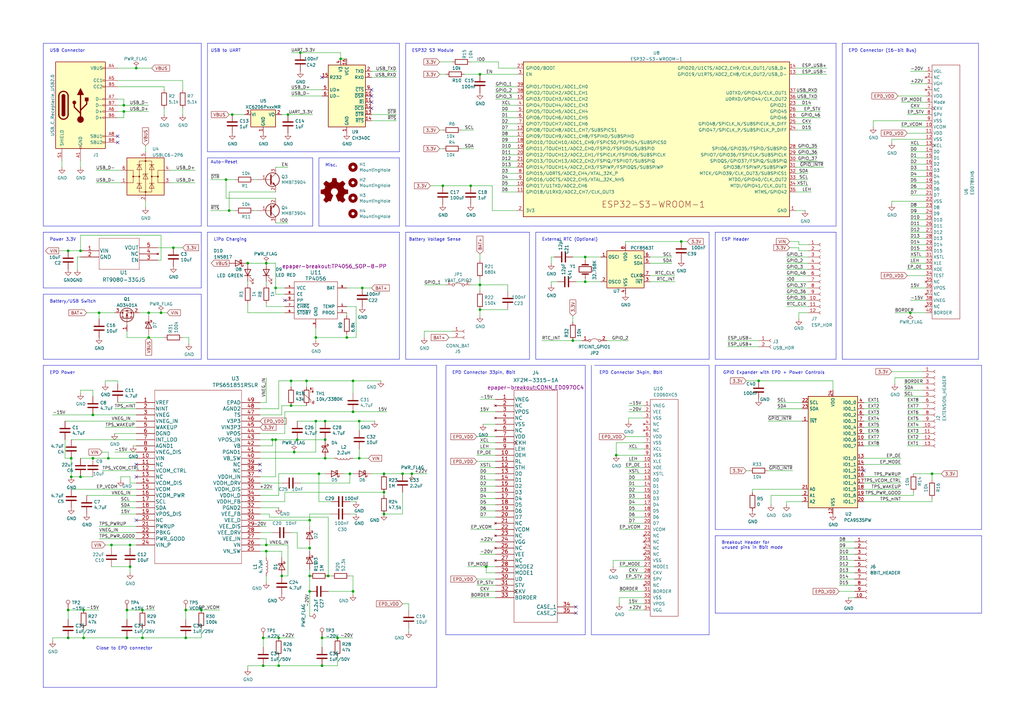
<source format=kicad_sch>
(kicad_sch (version 20230121) (generator eeschema)
  (paper "A3")
  (title_block (title "epdiy") (date "2023-06-12") (rev "v7.0~dev") (comment 3 "License: CC-BY-SA-4.0") (comment 4 "Author: Valentin Roland"))
  (junction (at 33.02 102.87))
  (junction (at 133.35 180.34))
  (junction (at 252.73 186.69))
  (junction (at 373.38 128.27))
  (junction (at 71.12 101.6))
  (junction (at 193.04 76.2))
  (junction (at 55.88 27.94))
  (junction (at 168.91 194.31))
  (junction (at 132.08 261.62))
  (junction (at 129.54 138.43))
  (junction (at 109.22 107.95))
  (junction (at 181.61 76.2))
  (junction (at 115.57 236.22))
  (junction (at 139.7 24.13))
  (junction (at 125.73 156.21))
  (junction (at 58.42 261.62))
  (junction (at 109.22 226.06))
  (junction (at 45.72 223.52))
  (junction (at 157.48 194.31))
  (junction (at 382.27 194.31))
  (junction (at 50.8 45.72))
  (junction (at 38.1 170.18))
  (junction (at 142.24 138.43))
  (junction (at 138.43 261.62))
  (junction (at 76.2 250.19))
  (junction (at 196.85 127))
  (junction (at 134.62 236.22))
  (junction (at 147.32 187.96))
  (junction (at 157.48 201.93))
  (junction (at 27.94 250.19))
  (junction (at 27.94 102.87))
  (junction (at 58.42 250.19))
  (junction (at 38.1 187.96))
  (junction (at 33.02 195.58))
  (junction (at 127 242.57))
  (junction (at 240.03 105.41))
  (junction (at 147.32 172.72))
  (junction (at 50.8 43.18))
  (junction (at 143.51 194.31))
  (junction (at 165.1 194.31))
  (junction (at 279.4 99.06))
  (junction (at 234.95 139.7))
  (junction (at 40.64 128.27))
  (junction (at 34.29 261.62))
  (junction (at 93.98 86.36))
  (junction (at 127 213.36))
  (junction (at 119.38 156.21))
  (junction (at 144.78 156.21))
  (junction (at 95.25 46.99))
  (junction (at 120.65 185.42))
  (junction (at 148.59 118.11))
  (junction (at 196.85 30.48))
  (junction (at 132.08 273.05))
  (junction (at 82.55 250.19))
  (junction (at 240.03 115.57))
  (junction (at 92.71 73.66))
  (junction (at 311.15 156.21))
  (junction (at 129.54 172.72))
  (junction (at 127 224.79))
  (junction (at 133.35 172.72))
  (junction (at 27.94 261.62))
  (junction (at 53.34 232.41))
  (junction (at 111.76 180.34))
  (junction (at 114.3 273.05))
  (junction (at 127 236.22))
  (junction (at 118.11 46.99))
  (junction (at 107.95 261.62))
  (junction (at 52.07 261.62))
  (junction (at 53.34 223.52))
  (junction (at 196.85 116.84))
  (junction (at 66.04 128.27))
  (junction (at 144.78 242.57))
  (junction (at 60.96 138.43))
  (junction (at 114.3 261.62))
  (junction (at 157.48 210.82))
  (junction (at 133.35 187.96))
  (junction (at 144.78 168.91))
  (junction (at 107.95 273.05))
  (junction (at 109.22 223.52))
  (junction (at 76.2 261.62))
  (junction (at 199.39 232.41))
  (junction (at 44.45 187.96))
  (junction (at 29.21 195.58))
  (junction (at 29.21 187.96))
  (junction (at 52.07 250.19))
  (junction (at 119.38 166.37))
  (junction (at 101.6 107.95))
  (junction (at 60.96 128.27))
  (junction (at 113.03 180.34))
  (junction (at 121.92 180.34))
  (junction (at 34.29 250.19))
  (junction (at 130.81 194.31))
  (junction (at 123.19 21.59))
  (junction (at 113.03 118.11))
  (no_connect (at 236.22 248.92))
  (no_connect (at 106.68 190.5))
  (no_connect (at 152.4 39.37))
  (no_connect (at 55.88 190.5))
  (no_connect (at 55.88 195.58))
  (no_connect (at 106.68 193.04))
  (no_connect (at 55.88 213.36))
  (no_connect (at 236.22 251.46))
  (no_connect (at 152.4 44.45))
  (no_connect (at 152.4 36.83))
  (no_connect (at 132.08 31.75))
  (no_connect (at 116.84 123.19))
  (no_connect (at 152.4 41.91))
  (no_connect (at 48.26 55.88))
  (no_connect (at 48.26 58.42))
  (no_connect (at 354.33 193.04))
  (wire (pts (xy 373.38 97.79) (xy 379.73 97.79)))
  (wire (pts (xy 326.39 27.94) (xy 339.09 27.94)))
  (wire (pts (xy 328.93 205.74) (xy 322.58 205.74)))
  (wire (pts (xy 189.23 60.96) (xy 194.31 60.96)))
  (wire (pts (xy 55.88 182.88) (xy 54.61 182.88)))
  (wire (pts (xy 323.85 99.06) (xy 327.66 99.06)))
  (wire (pts (xy 50.8 45.72) (xy 48.26 45.72)))
  (wire (pts (xy 373.38 62.23) (xy 379.73 62.23)))
  (wire (pts (xy 140.97 194.31) (xy 143.51 194.31)))
  (wire (pts (xy 48.26 35.56) (xy 67.31 35.56)))
  (wire (pts (xy 344.17 240.03) (xy 350.52 240.03)))
  (wire (pts (xy 147.32 184.15) (xy 147.32 187.96)))
  (wire (pts (xy 74.93 44.45) (xy 74.93 46.99)))
  (wire (pts (xy 144.78 261.62) (xy 138.43 261.62)))
  (polyline (pts (xy 17.78 92.71) (xy 82.55 92.71)))
  (wire (pts (xy 257.81 209.55) (xy 264.16 209.55)))
  (wire (pts (xy 59.69 62.23) (xy 59.69 59.69)))
  (wire (pts (xy 316.23 203.2) (xy 316.23 207.01)))
  (wire (pts (xy 378.46 165.1) (xy 372.11 165.1)))
  (wire (pts (xy 373.38 118.11) (xy 379.73 118.11)))
  (wire (pts (xy 129.54 138.43) (xy 142.24 138.43)))
  (wire (pts (xy 236.22 115.57) (xy 240.03 115.57)))
  (wire (pts (xy 45.72 223.52) (xy 45.72 224.79)))
  (wire (pts (xy 204.47 27.94) (xy 204.47 25.4)))
  (wire (pts (xy 114.3 203.2) (xy 106.68 203.2)))
  (wire (pts (xy 205.74 58.42) (xy 212.09 58.42)))
  (wire (pts (xy 354.33 167.64) (xy 360.68 167.64)))
  (wire (pts (xy 372.11 46.99) (xy 379.73 46.99)))
  (wire (pts (xy 55.88 170.18) (xy 38.1 170.18)))
  (wire (pts (xy 109.22 226.06) (xy 109.22 228.6)))
  (wire (pts (xy 331.47 115.57) (xy 322.58 115.57)))
  (wire (pts (xy 52.07 261.62) (xy 34.29 261.62)))
  (wire (pts (xy 55.88 208.28) (xy 49.53 208.28)))
  (wire (pts (xy 332.74 53.34) (xy 326.39 53.34)))
  (wire (pts (xy 127 242.57) (xy 127 252.73)))
  (wire (pts (xy 25.4 66.04) (xy 25.4 68.58)))
  (polyline (pts (xy 293.37 149.86) (xy 402.59 149.86)))
  (wire (pts (xy 101.6 115.57) (xy 101.6 116.84)))
  (wire (pts (xy 201.93 76.2) (xy 201.93 86.36)))
  (wire (pts (xy 196.85 104.14) (xy 196.85 106.68)))
  (polyline (pts (xy 163.83 62.23) (xy 163.83 17.78)))
  (wire (pts (xy 367.03 154.94) (xy 378.46 154.94)))
  (wire (pts (xy 358.14 49.53) (xy 358.14 52.07)))
  (wire (pts (xy 144.78 242.57) (xy 144.78 243.84)))
  (polyline (pts (xy 17.78 125.73) (xy 17.78 147.32)))
  (wire (pts (xy 373.38 105.41) (xy 379.73 105.41)))
  (polyline (pts (xy 17.78 92.71) (xy 17.78 17.78)))
  (wire (pts (xy 80.01 69.85) (xy 69.85 69.85)))
  (wire (pts (xy 109.22 165.1) (xy 106.68 165.1)))
  (wire (pts (xy 41.91 185.42) (xy 44.45 185.42)))
  (wire (pts (xy 254 217.17) (xy 264.16 217.17)))
  (wire (pts (xy 205.74 76.2) (xy 212.09 76.2)))
  (wire (pts (xy 373.38 29.21) (xy 379.73 29.21)))
  (wire (pts (xy 193.04 76.2) (xy 181.61 76.2)))
  (wire (pts (xy 257.81 214.63) (xy 264.16 214.63)))
  (wire (pts (xy 106.68 187.96) (xy 133.35 187.96)))
  (wire (pts (xy 34.29 250.19) (xy 40.64 250.19)))
  (wire (pts (xy 58.42 257.81) (xy 58.42 261.62)))
  (wire (pts (xy 119.38 39.37) (xy 132.08 39.37)))
  (wire (pts (xy 52.07 254) (xy 52.07 250.19)))
  (wire (pts (xy 77.47 138.43) (xy 77.47 140.97)))
  (wire (pts (xy 115.57 236.22) (xy 118.11 236.22)))
  (wire (pts (xy 256.54 179.07) (xy 264.16 179.07)))
  (wire (pts (xy 35.56 203.2) (xy 55.88 203.2)))
  (wire (pts (xy 127 224.79) (xy 127 226.06)))
  (wire (pts (xy 378.46 170.18) (xy 372.11 170.18)))
  (wire (pts (xy 139.7 21.59) (xy 139.7 24.13)))
  (wire (pts (xy 33.02 105.41) (xy 31.75 105.41)))
  (wire (pts (xy 367.03 128.27) (xy 373.38 128.27)))
  (wire (pts (xy 205.74 68.58) (xy 212.09 68.58)))
  (wire (pts (xy 31.75 105.41) (xy 31.75 110.49)))
  (wire (pts (xy 116.84 168.91) (xy 144.78 168.91)))
  (wire (pts (xy 109.22 125.73) (xy 116.84 125.73)))
  (wire (pts (xy 50.8 48.26) (xy 50.8 45.72)))
  (wire (pts (xy 29.21 180.34) (xy 55.88 180.34)))
  (wire (pts (xy 226.06 105.41) (xy 226.06 107.95)))
  (wire (pts (xy 370.84 157.48) (xy 378.46 157.48)))
  (wire (pts (xy 38.1 187.96) (xy 33.02 187.96)))
  (wire (pts (xy 264.16 171.45) (xy 257.81 171.45)))
  (wire (pts (xy 196.85 227.33) (xy 203.2 227.33)))
  (wire (pts (xy 147.32 176.53) (xy 147.32 172.72)))
  (wire (pts (xy 205.74 48.26) (xy 212.09 48.26)))
  (wire (pts (xy 354.33 203.2) (xy 374.65 203.2)))
  (wire (pts (xy 110.49 210.82) (xy 106.68 210.82)))
  (wire (pts (xy 55.88 27.94) (xy 62.23 27.94)))
  (wire (pts (xy 106.68 198.12) (xy 115.57 198.12)))
  (wire (pts (xy 327.66 130.81) (xy 327.66 128.27)))
  (wire (pts (xy 234.95 139.7) (xy 238.76 139.7)))
  (wire (pts (xy 119.38 36.83) (xy 132.08 36.83)))
  (wire (pts (xy 134.62 212.09) (xy 110.49 212.09)))
  (wire (pts (xy 335.28 40.64) (xy 326.39 40.64)))
  (wire (pts (xy 48.26 27.94) (xy 55.88 27.94)))
  (wire (pts (xy 106.68 182.88) (xy 111.76 182.88)))
  (wire (pts (xy 143.51 194.31) (xy 144.78 194.31)))
  (wire (pts (xy 147.32 187.96) (xy 151.13 187.96)))
  (wire (pts (xy 44.45 185.42) (xy 44.45 187.96)))
  (wire (pts (xy 96.52 73.66) (xy 92.71 73.66)))
  (wire (pts (xy 48.26 156.21) (xy 43.18 156.21)))
  (polyline (pts (xy 166.37 95.25) (xy 217.17 95.25)))
  (wire (pts (xy 184.15 138.43) (xy 185.42 138.43)))
  (wire (pts (xy 118.11 68.58) (xy 113.03 68.58)))
  (wire (pts (xy 120.65 185.42) (xy 129.54 185.42)))
  (wire (pts (xy 378.46 180.34) (xy 372.11 180.34)))
  (wire (pts (xy 101.6 107.95) (xy 109.22 107.95)))
  (wire (pts (xy 354.33 175.26) (xy 360.68 175.26)))
  (wire (pts (xy 106.68 177.8) (xy 116.84 177.8)))
  (wire (pts (xy 101.6 128.27) (xy 116.84 128.27)))
  (wire (pts (xy 115.57 46.99) (xy 118.11 46.99)))
  (wire (pts (xy 180.34 60.96) (xy 181.61 60.96)))
  (wire (pts (xy 373.38 128.27) (xy 379.73 128.27)))
  (wire (pts (xy 162.56 46.99) (xy 152.4 46.99)))
  (wire (pts (xy 256.54 237.49) (xy 264.16 237.49)))
  (wire (pts (xy 132.08 273.05) (xy 138.43 273.05)))
  (wire (pts (xy 354.33 177.8) (xy 360.68 177.8)))
  (wire (pts (xy 196.85 242.57) (xy 203.2 242.57)))
  (wire (pts (xy 195.58 189.23) (xy 203.2 189.23)))
  (wire (pts (xy 33.02 160.02) (xy 33.02 161.29)))
  (wire (pts (xy 373.38 72.39) (xy 379.73 72.39)))
  (wire (pts (xy 382.27 205.74) (xy 382.27 204.47)))
  (wire (pts (xy 90.17 250.19) (xy 82.55 250.19)))
  (wire (pts (xy 266.7 107.95) (xy 275.59 107.95)))
  (wire (pts (xy 193.04 116.84) (xy 196.85 116.84)))
  (wire (pts (xy 196.85 168.91) (xy 203.2 168.91)))
  (wire (pts (xy 114.3 269.24) (xy 114.3 273.05)))
  (polyline (pts (xy 342.9 147.32) (xy 293.37 147.32)))
  (wire (pts (xy 365.76 152.4) (xy 378.46 152.4)))
  (wire (pts (xy 49.53 195.58) (xy 49.53 196.85)))
  (wire (pts (xy 326.39 38.1) (xy 335.28 38.1)))
  (wire (pts (xy 114.3 194.31) (xy 114.3 203.2)))
  (wire (pts (xy 306.07 156.21) (xy 311.15 156.21)))
  (wire (pts (xy 190.5 30.48) (xy 196.85 30.48)))
  (wire (pts (xy 382.27 194.31) (xy 382.27 196.85)))
  (wire (pts (xy 196.85 207.01) (xy 203.2 207.01)))
  (wire (pts (xy 60.96 128.27) (xy 66.04 128.27)))
  (wire (pts (xy 257.81 234.95) (xy 264.16 234.95)))
  (wire (pts (xy 199.39 234.95) (xy 199.39 232.41)))
  (polyline (pts (xy 166.37 95.25) (xy 166.37 147.32)))
  (wire (pts (xy 39.37 69.85) (xy 49.53 69.85)))
  (wire (pts (xy 45.72 223.52) (xy 53.34 223.52)))
  (wire (pts (xy 167.64 247.65) (xy 167.64 250.19)))
  (wire (pts (xy 327.66 101.6) (xy 327.66 102.87)))
  (polyline (pts (xy 130.81 64.77) (xy 163.83 64.77)))
  (wire (pts (xy 82.55 257.81) (xy 82.55 261.62)))
  (polyline (pts (xy 293.37 219.71) (xy 293.37 251.46)))
  (polyline (pts (xy 163.83 95.25) (xy 163.83 147.32)))
  (wire (pts (xy 365.76 57.15) (xy 379.73 57.15)))
  (wire (pts (xy 252.73 181.61) (xy 264.16 181.61)))
  (wire (pts (xy 379.73 123.19) (xy 373.38 123.19)))
  (wire (pts (xy 205.74 50.8) (xy 212.09 50.8)))
  (wire (pts (xy 82.55 261.62) (xy 76.2 261.62)))
  (wire (pts (xy 378.46 172.72) (xy 372.11 172.72)))
  (wire (pts (xy 133.35 172.72) (xy 147.32 172.72)))
  (wire (pts (xy 27.94 250.19) (xy 34.29 250.19)))
  (wire (pts (xy 167.64 259.08) (xy 167.64 257.81)))
  (wire (pts (xy 48.26 48.26) (xy 50.8 48.26)))
  (wire (pts (xy 373.38 34.29) (xy 379.73 34.29)))
  (wire (pts (xy 195.58 179.07) (xy 203.2 179.07)))
  (wire (pts (xy 109.22 220.98) (xy 106.68 220.98)))
  (wire (pts (xy 109.22 165.1) (xy 109.22 154.94)))
  (wire (pts (xy 50.8 43.18) (xy 48.26 43.18)))
  (wire (pts (xy 257.81 196.85) (xy 264.16 196.85)))
  (wire (pts (xy 113.03 180.34) (xy 121.92 180.34)))
  (wire (pts (xy 142.24 137.16) (xy 142.24 138.43)))
  (polyline (pts (xy 293.37 219.71) (xy 402.59 219.71)))
  (polyline (pts (xy 166.37 92.71) (xy 342.9 92.71)))
  (wire (pts (xy 35.56 128.27) (xy 40.64 128.27)))
  (wire (pts (xy 127 233.68) (xy 127 236.22)))
  (wire (pts (xy 38.1 187.96) (xy 44.45 187.96)))
  (wire (pts (xy 113.03 107.95) (xy 113.03 118.11)))
  (wire (pts (xy 115.57 170.18) (xy 115.57 166.37)))
  (wire (pts (xy 40.64 128.27) (xy 40.64 130.81)))
  (wire (pts (xy 314.96 193.04) (xy 325.12 193.04)))
  (polyline (pts (xy 130.81 64.77) (xy 130.81 92.71)))
  (wire (pts (xy 115.57 226.06) (xy 115.57 228.6)))
  (polyline (pts (xy 17.78 118.11) (xy 82.55 118.11)))
  (wire (pts (xy 257.81 204.47) (xy 264.16 204.47)))
  (polyline (pts (xy 17.78 17.78) (xy 82.55 17.78)))
  (polyline (pts (xy 342.9 92.71) (xy 342.9 17.78)))
  (wire (pts (xy 114.3 156.21) (xy 119.38 156.21)))
  (wire (pts (xy 105.41 73.66) (xy 104.14 73.66)))
  (wire (pts (xy 326.39 63.5) (xy 335.28 63.5)))
  (wire (pts (xy 165.1 210.82) (xy 165.1 201.93)))
  (wire (pts (xy 382.27 194.31) (xy 386.08 194.31)))
  (wire (pts (xy 107.95 265.43) (xy 107.95 261.62)))
  (polyline (pts (xy 293.37 95.25) (xy 293.37 147.32)))
  (wire (pts (xy 53.34 195.58) (xy 49.53 195.58)))
  (wire (pts (xy 322.58 125.73) (xy 331.47 125.73)))
  (wire (pts (xy 318.77 165.1) (xy 328.93 165.1)))
  (wire (pts (xy 196.85 201.93) (xy 203.2 201.93)))
  (wire (pts (xy 52.07 138.43) (xy 60.96 138.43)))
  (wire (pts (xy 189.23 53.34) (xy 194.31 53.34)))
  (wire (pts (xy 66.04 106.68) (xy 66.04 96.52)))
  (wire (pts (xy 196.85 30.48) (xy 212.09 30.48)))
  (wire (pts (xy 33.02 66.04) (xy 33.02 68.58)))
  (wire (pts (xy 46.99 167.64) (xy 55.88 167.64)))
  (wire (pts (xy 327.66 99.06) (xy 327.66 100.33)))
  (wire (pts (xy 365.76 58.42) (xy 365.76 57.15)))
  (wire (pts (xy 264.16 166.37) (xy 257.81 166.37)))
  (wire (pts (xy 113.03 81.28) (xy 92.71 81.28)))
  (wire (pts (xy 350.52 245.11) (xy 347.98 245.11)))
  (wire (pts (xy 114.3 261.62) (xy 120.65 261.62)))
  (wire (pts (xy 205.74 78.74) (xy 212.09 78.74)))
  (wire (pts (xy 326.39 30.48) (xy 339.09 30.48)))
  (wire (pts (xy 326.39 71.12) (xy 331.47 71.12)))
  (wire (pts (xy 331.47 118.11) (xy 322.58 118.11)))
  (wire (pts (xy 148.59 118.11) (xy 152.4 118.11)))
  (wire (pts (xy 38.1 162.56) (xy 38.1 160.02)))
  (wire (pts (xy 119.38 218.44) (xy 121.92 218.44)))
  (wire (pts (xy 106.68 215.9) (xy 109.22 215.9)))
  (wire (pts (xy 26.67 172.72) (xy 55.88 172.72)))
  (wire (pts (xy 248.92 139.7) (xy 257.81 139.7)))
  (wire (pts (xy 114.3 208.28) (xy 106.68 208.28)))
  (wire (pts (xy 205.74 73.66) (xy 212.09 73.66)))
  (wire (pts (xy 66.04 96.52) (xy 33.02 96.52)))
  (polyline (pts (xy 182.88 149.86) (xy 182.88 260.35)))
  (wire (pts (xy 111.76 218.44) (xy 106.68 218.44)))
  (wire (pts (xy 344.17 222.25) (xy 350.52 222.25)))
  (wire (pts (xy 365.76 83.82) (xy 365.76 82.55)))
  (wire (pts (xy 264.16 245.11) (xy 254 245.11)))
  (wire (pts (xy 378.46 167.64) (xy 372.11 167.64)))
  (wire (pts (xy 252.73 186.69) (xy 264.16 186.69)))
  (polyline (pts (xy 85.09 17.78) (xy 163.83 17.78)))
  (wire (pts (xy 256.54 99.06) (xy 279.4 99.06)))
  (wire (pts (xy 34.29 257.81) (xy 34.29 261.62)))
  (wire (pts (xy 105.41 86.36) (xy 104.14 86.36)))
  (wire (pts (xy 326.39 66.04) (xy 335.28 66.04)))
  (wire (pts (xy 195.58 186.69) (xy 203.2 186.69)))
  (polyline (pts (xy 17.78 281.94) (xy 179.07 281.94)))
  (wire (pts (xy 38.1 195.58) (xy 33.02 195.58)))
  (wire (pts (xy 311.15 139.7) (xy 298.45 139.7)))
  (wire (pts (xy 373.38 100.33) (xy 379.73 100.33)))
  (wire (pts (xy 21.59 170.18) (xy 38.1 170.18)))
  (wire (pts (xy 372.11 54.61) (xy 379.73 54.61)))
  (wire (pts (xy 157.48 210.82) (xy 165.1 210.82)))
  (wire (pts (xy 125.73 156.21) (xy 144.78 156.21)))
  (wire (pts (xy 21.59 261.62) (xy 21.59 262.89)))
  (wire (pts (xy 33.02 195.58) (xy 29.21 195.58)))
  (wire (pts (xy 354.33 198.12) (xy 369.57 198.12)))
  (wire (pts (xy 308.61 201.93) (xy 308.61 200.66)))
  (polyline (pts (xy 163.83 147.32) (xy 85.09 147.32)))
  (wire (pts (xy 60.96 43.18) (xy 50.8 43.18)))
  (wire (pts (xy 80.01 74.93) (xy 69.85 74.93)))
  (wire (pts (xy 64.77 106.68) (xy 66.04 106.68)))
  (wire (pts (xy 134.62 236.22) (xy 135.89 236.22)))
  (wire (pts (xy 60.96 137.16) (xy 60.96 138.43)))
  (wire (pts (xy 196.85 191.77) (xy 203.2 191.77)))
  (wire (pts (xy 256.54 99.06) (xy 256.54 100.33)))
  (wire (pts (xy 74.93 138.43) (xy 77.47 138.43)))
  (wire (pts (xy 109.22 124.46) (xy 109.22 125.73)))
  (polyline (pts (xy 166.37 17.78) (xy 342.9 17.78)))
  (wire (pts (xy 127 236.22) (xy 127 242.57)))
  (wire (pts (xy 55.88 177.8) (xy 46.99 177.8)))
  (wire (pts (xy 257.81 194.31) (xy 264.16 194.31)))
  (wire (pts (xy 373.38 107.95) (xy 379.73 107.95)))
  (wire (pts (xy 40.64 215.9) (xy 55.88 215.9)))
  (wire (pts (xy 266.7 115.57) (xy 276.86 115.57)))
  (wire (pts (xy 322.58 107.95) (xy 331.47 107.95)))
  (wire (pts (xy 144.78 156.21) (xy 156.21 156.21)))
  (polyline (pts (xy 163.83 92.71) (xy 130.81 92.71)))
  (wire (pts (xy 106.68 180.34) (xy 111.76 180.34)))
  (wire (pts (xy 208.28 116.84) (xy 208.28 119.38)))
  (wire (pts (xy 101.6 273.05) (xy 101.6 274.32)))
  (polyline (pts (xy 17.78 149.86) (xy 179.07 149.86)))
  (wire (pts (xy 344.17 229.87) (xy 350.52 229.87)))
  (wire (pts (xy 326.39 76.2) (xy 331.47 76.2)))
  (wire (pts (xy 257.81 201.93) (xy 264.16 201.93)))
  (wire (pts (xy 279.4 99.06) (xy 281.94 99.06)))
  (polyline (pts (xy 82.55 17.78) (xy 82.55 92.71)))
  (wire (pts (xy 205.74 66.04) (xy 212.09 66.04)))
  (wire (pts (xy 308.61 200.66) (xy 328.93 200.66)))
  (wire (pts (xy 40.64 128.27) (xy 46.99 128.27)))
  (wire (pts (xy 234.95 105.41) (xy 240.03 105.41)))
  (wire (pts (xy 327.66 128.27) (xy 331.47 128.27)))
  (wire (pts (xy 373.38 74.93) (xy 379.73 74.93)))
  (wire (pts (xy 93.98 86.36) (xy 96.52 86.36)))
  (wire (pts (xy 328.93 203.2) (xy 316.23 203.2)))
  (wire (pts (xy 27.94 261.62) (xy 21.59 261.62)))
  (wire (pts (xy 196.85 181.61) (xy 203.2 181.61)))
  (wire (pts (xy 144.78 187.96) (xy 147.32 187.96)))
  (wire (pts (xy 127 213.36) (xy 127 210.82)))
  (wire (pts (xy 326.39 45.72) (xy 336.55 45.72)))
  (wire (pts (xy 327.66 100.33) (xy 331.47 100.33)))
  (wire (pts (xy 26.67 187.96) (xy 29.21 187.96)))
  (wire (pts (xy 198.12 173.99) (xy 203.2 173.99)))
  (wire (pts (xy 109.22 226.06) (xy 115.57 226.06)))
  (wire (pts (xy 132.08 261.62) (xy 138.43 261.62)))
  (wire (pts (xy 40.64 218.44) (xy 55.88 218.44)))
  (wire (pts (xy 92.71 73.66) (xy 86.36 73.66)))
  (wire (pts (xy 157.48 201.93) (xy 157.48 203.2)))
  (wire (pts (xy 205.74 53.34) (xy 212.09 53.34)))
  (wire (pts (xy 106.68 205.74) (xy 116.84 205.74)))
  (wire (pts (xy 129.54 172.72) (xy 133.35 172.72)))
  (wire (pts (xy 116.84 205.74) (xy 116.84 201.93)))
  (polyline (pts (xy 17.78 149.86) (xy 17.78 281.94)))
  (wire (pts (xy 306.07 193.04) (xy 307.34 193.04)))
  (polyline (pts (xy 402.59 251.46) (xy 293.37 251.46)))
  (wire (pts (xy 118.11 236.22) (xy 118.11 223.52)))
  (wire (pts (xy 344.17 234.95) (xy 350.52 234.95)))
  (wire (pts (xy 27.94 102.87) (xy 33.02 102.87)))
  (wire (pts (xy 110.49 212.09) (xy 110.49 210.82)))
  (wire (pts (xy 264.16 229.87) (xy 251.46 229.87)))
  (wire (pts (xy 203.2 38.1) (xy 212.09 38.1)))
  (polyline (pts (xy 182.88 149.86) (xy 240.03 149.86)))
  (wire (pts (xy 257.81 171.45) (xy 257.81 172.72)))
  (wire (pts (xy 165.1 194.31) (xy 168.91 194.31)))
  (polyline (pts (xy 163.83 64.77) (xy 163.83 92.71)))
  (wire (pts (xy 257.81 250.19) (xy 264.16 250.19)))
  (wire (pts (xy 196.85 199.39) (xy 203.2 199.39)))
  (wire (pts (xy 326.39 48.26) (xy 336.55 48.26)))
  (wire (pts (xy 195.58 237.49) (xy 203.2 237.49)))
  (polyline (pts (xy 179.07 281.94) (xy 179.07 149.86)))
  (wire (pts (xy 157.48 194.31) (xy 165.1 194.31)))
  (wire (pts (xy 138.43 273.05) (xy 138.43 269.24)))
  (wire (pts (xy 196.85 222.25) (xy 203.2 222.25)))
  (wire (pts (xy 257.81 212.09) (xy 264.16 212.09)))
  (wire (pts (xy 55.88 193.04) (xy 41.91 193.04)))
  (wire (pts (xy 109.22 115.57) (xy 109.22 116.84)))
  (wire (pts (xy 373.38 59.69) (xy 379.73 59.69)))
  (polyline (pts (xy 290.83 149.86) (xy 290.83 260.35)))
  (polyline (pts (xy 128.27 64.77) (xy 85.09 64.77)))
  (polyline (pts (xy 402.59 219.71) (xy 402.59 251.46)))
  (polyline (pts (xy 166.37 17.78) (xy 166.37 92.71)))
  (wire (pts (xy 101.6 124.46) (xy 101.6 128.27)))
  (wire (pts (xy 173.99 116.84) (xy 182.88 116.84)))
  (wire (pts (xy 196.85 127) (xy 196.85 129.54)))
  (wire (pts (xy 43.18 156.21) (xy 43.18 157.48)))
  (wire (pts (xy 240.03 115.57) (xy 240.03 114.3)))
  (wire (pts (xy 344.17 232.41) (xy 350.52 232.41)))
  (wire (pts (xy 143.51 198.12) (xy 143.51 194.31)))
  (wire (pts (xy 344.17 227.33) (xy 350.52 227.33)))
  (wire (pts (xy 173.99 135.89) (xy 173.99 138.43)))
  (wire (pts (xy 71.12 101.6) (xy 74.93 101.6)))
  (wire (pts (xy 199.39 232.41) (xy 203.2 232.41)))
  (wire (pts (xy 48.26 33.02) (xy 74.93 33.02)))
  (wire (pts (xy 114.3 194.31) (xy 130.81 194.31)))
  (polyline (pts (xy 85.09 95.25) (xy 163.83 95.25)))
  (wire (pts (xy 212.09 27.94) (xy 204.47 27.94)))
  (wire (pts (xy 125.73 158.75) (xy 125.73 156.21)))
  (wire (pts (xy 129.54 185.42) (xy 129.54 172.72)))
  (polyline (pts (xy 402.59 149.86) (xy 402.59 217.17)))
  (polyline (pts (xy 82.55 120.65) (xy 17.78 120.65)))
  (wire (pts (xy 116.84 168.91) (xy 116.84 177.8)))
  (wire (pts (xy 109.22 238.76) (xy 109.22 236.22)))
  (wire (pts (xy 373.38 64.77) (xy 379.73 64.77)))
  (wire (pts (xy 257.81 207.01) (xy 264.16 207.01)))
  (wire (pts (xy 52.07 250.19) (xy 58.42 250.19)))
  (wire (pts (xy 44.45 187.96) (xy 55.88 187.96)))
  (wire (pts (xy 367.03 154.94) (xy 367.03 157.48)))
  (wire (pts (xy 119.38 156.21) (xy 125.73 156.21)))
  (polyline (pts (xy 85.09 17.78) (xy 85.09 62.23)))
  (wire (pts (xy 127 213.36) (xy 127 215.9)))
  (wire (pts (xy 266.7 105.41) (xy 275.59 105.41)))
  (wire (pts (xy 240.03 105.41) (xy 246.38 105.41)))
  (wire (pts (xy 374.65 194.31) (xy 382.27 194.31)))
  (wire (pts (xy 196.85 212.09) (xy 203.2 212.09)))
  (wire (pts (xy 106.68 213.36) (xy 127 213.36)))
  (wire (pts (xy 234.95 129.54) (xy 234.95 132.08)))
  (wire (pts (xy 254 242.57) (xy 264.16 242.57)))
  (wire (pts (xy 354.33 190.5) (xy 369.57 190.5)))
  (wire (pts (xy 180.34 30.48) (xy 182.88 30.48)))
  (wire (pts (xy 208.28 127) (xy 196.85 127)))
  (wire (pts (xy 143.51 210.82) (xy 146.05 210.82)))
  (wire (pts (xy 354.33 170.18) (xy 360.68 170.18)))
  (wire (pts (xy 373.38 92.71) (xy 379.73 92.71)))
  (wire (pts (xy 205.74 43.18) (xy 212.09 43.18)))
  (wire (pts (xy 55.88 175.26) (xy 43.18 175.26)))
  (wire (pts (xy 127 223.52) (xy 127 224.79)))
  (wire (pts (xy 369.57 195.58) (xy 354.33 195.58)))
  (polyline (pts (xy 219.71 95.25) (xy 219.71 147.32)))
  (wire (pts (xy 113.03 195.58) (xy 106.68 195.58)))
  (wire (pts (xy 196.85 116.84) (xy 196.85 114.3)))
  (wire (pts (xy 203.2 234.95) (xy 199.39 234.95)))
  (wire (pts (xy 76.2 261.62) (xy 58.42 261.62)))
  (wire (pts (xy 256.54 191.77) (xy 264.16 191.77)))
  (wire (pts (xy 168.91 194.31) (xy 175.26 194.31)))
  (wire (pts (xy 191.77 232.41) (xy 199.39 232.41)))
  (wire (pts (xy 107.95 261.62) (xy 114.3 261.62)))
  (wire (pts (xy 314.96 172.72) (xy 328.93 172.72)))
  (wire (pts (xy 111.76 180.34) (xy 113.03 180.34)))
  (wire (pts (xy 59.69 82.55) (xy 59.69 85.09)))
  (wire (pts (xy 322.58 105.41) (xy 331.47 105.41)))
  (wire (pts (xy 116.84 201.93) (xy 157.48 201.93)))
  (wire (pts (xy 257.81 168.91) (xy 264.16 168.91)))
  (wire (pts (xy 152.4 194.31) (xy 157.48 194.31)))
  (wire (pts (xy 373.38 87.63) (xy 379.73 87.63)))
  (wire (pts (xy 354.33 180.34) (xy 360.68 180.34)))
  (wire (pts (xy 369.57 41.91) (xy 379.73 41.91)))
  (wire (pts (xy 139.7 24.13) (xy 142.24 24.13)))
  (wire (pts (xy 49.53 205.74) (xy 55.88 205.74)))
  (wire (pts (xy 370.84 162.56) (xy 378.46 162.56)))
  (wire (pts (xy 143.51 205.74) (xy 146.05 205.74)))
  (wire (pts (xy 121.92 224.79) (xy 127 224.79)))
  (wire (pts (xy 196.85 184.15) (xy 203.2 184.15)))
  (wire (pts (xy 67.31 35.56) (xy 67.31 36.83)))
  (wire (pts (xy 373.38 44.45) (xy 379.73 44.45)))
  (wire (pts (xy 29.21 195.58) (xy 29.21 187.96)))
  (wire (pts (xy 257.81 247.65) (xy 264.16 247.65)))
  (wire (pts (xy 119.38 166.37) (xy 125.73 166.37)))
  (wire (pts (xy 180.34 53.34) (xy 181.61 53.34)))
  (wire (pts (xy 196.85 204.47) (xy 203.2 204.47)))
  (wire (pts (xy 193.04 76.2) (xy 201.93 76.2)))
  (wire (pts (xy 93.98 46.99) (xy 95.25 46.99)))
  (wire (pts (xy 26.67 180.34) (xy 26.67 187.96)))
  (wire (pts (xy 196.85 116.84) (xy 208.28 116.84)))
  (wire (pts (xy 134.62 236.22) (xy 134.62 212.09)))
  (wire (pts (xy 372.11 110.49) (xy 379.73 110.49)))
  (wire (pts (xy 331.47 120.65) (xy 322.58 120.65)))
  (polyline (pts (xy 290.83 95.25) (xy 219.71 95.25)))
  (wire (pts (xy 53.34 234.95) (xy 53.34 232.41)))
  (wire (pts (xy 240.03 115.57) (xy 246.38 115.57)))
  (wire (pts (xy 173.99 135.89) (xy 185.42 135.89)))
  (wire (pts (xy 66.04 128.27) (xy 68.58 128.27)))
  (polyline (pts (xy 166.37 147.32) (xy 217.17 147.32)))
  (wire (pts (xy 257.81 189.23) (xy 264.16 189.23)))
  (wire (pts (xy 121.92 180.34) (xy 133.35 180.34)))
  (polyline (pts (xy 345.44 17.78) (xy 401.32 17.78)))
  (wire (pts (xy 322.58 110.49) (xy 331.47 110.49)))
  (wire (pts (xy 257.81 199.39) (xy 264.16 199.39)))
  (wire (pts (xy 378.46 182.88) (xy 372.11 182.88)))
  (wire (pts (xy 113.03 120.65) (xy 116.84 120.65)))
  (wire (pts (xy 196.85 194.31) (xy 203.2 194.31)))
  (wire (pts (xy 109.22 223.52) (xy 109.22 220.98)))
  (wire (pts (xy 196.85 196.85) (xy 203.2 196.85)))
  (wire (pts (xy 196.85 209.55) (xy 203.2 209.55)))
  (wire (pts (xy 92.71 81.28) (xy 92.71 73.66)))
  (wire (pts (xy 378.46 177.8) (xy 372.11 177.8)))
  (polyline (pts (xy 242.57 149.86) (xy 242.57 260.35)))
  (wire (pts (xy 33.02 96.52) (xy 33.02 102.87)))
  (wire (pts (xy 318.77 167.64) (xy 328.93 167.64)))
  (wire (pts (xy 64.77 101.6) (xy 71.12 101.6)))
  (wire (pts (xy 113.03 118.11) (xy 116.84 118.11)))
  (wire (pts (xy 195.58 240.03) (xy 203.2 240.03)))
  (wire (pts (xy 227.33 105.41) (xy 226.06 105.41)))
  (wire (pts (xy 203.2 40.64) (xy 212.09 40.64)))
  (wire (pts (xy 332.74 50.8) (xy 326.39 50.8)))
  (wire (pts (xy 344.17 224.79) (xy 350.52 224.79)))
  (wire (pts (xy 181.61 76.2) (xy 176.53 76.2)))
  (wire (pts (xy 55.88 165.1) (xy 48.26 165.1)))
  (wire (pts (xy 130.81 205.74) (xy 135.89 205.74)))
  (wire (pts (xy 119.38 158.75) (xy 119.38 156.21)))
  (wire (pts (xy 147.32 172.72) (xy 153.67 172.72)))
  (wire (pts (xy 109.22 223.52) (xy 106.68 223.52)))
  (wire (pts (xy 373.38 69.85) (xy 379.73 69.85)))
  (wire (pts (xy 180.34 25.4) (xy 185.42 25.4)))
  (wire (pts (xy 358.14 49.53) (xy 379.73 49.53)))
  (polyline (pts (xy 85.09 62.23) (xy 163.83 62.23)))
  (polyline (pts (xy 243.84 149.86) (xy 290.83 149.86)))
  (wire (pts (xy 57.15 128.27) (xy 60.96 128.27)))
  (wire (pts (xy 50.8 40.64) (xy 50.8 43.18)))
  (polyline (pts (xy 217.17 147.32) (xy 217.17 95.25)))
  (wire (pts (xy 203.2 163.83) (xy 196.85 163.83)))
  (polyline (pts (xy 17.78 147.32) (xy 82.55 147.32)))
  (wire (pts (xy 127 210.82) (xy 135.89 210.82)))
  (wire (pts (xy 129.54 172.72) (xy 121.92 172.72)))
  (wire (pts (xy 152.4 49.53) (xy 162.56 49.53)))
  (wire (pts (xy 322.58 113.03) (xy 331.47 113.03)))
  (wire (pts (xy 53.34 223.52) (xy 53.34 224.79)))
  (wire (pts (xy 193.04 245.11) (xy 203.2 245.11)))
  (wire (pts (xy 222.25 139.7) (xy 234.95 139.7)))
  (polyline (pts (xy 293.37 95.25) (xy 342.9 95.25)))
  (wire (pts (xy 326.39 68.58) (xy 337.82 68.58)))
  (wire (pts (xy 29.21 200.66) (xy 55.88 200.66)))
  (wire (pts (xy 24.13 102.87) (xy 27.94 102.87)))
  (wire (pts (xy 326.39 86.36) (xy 330.2 86.36)))
  (wire (pts (xy 142.24 138.43) (xy 146.05 138.43)))
  (polyline (pts (xy 85.09 92.71) (xy 128.27 92.71)))
  (wire (pts (xy 344.17 242.57) (xy 350.52 242.57)))
  (wire (pts (xy 372.11 113.03) (xy 379.73 113.03)))
  (wire (pts (xy 114.3 273.05) (xy 132.08 273.05)))
  (polyline (pts (xy 219.71 147.32) (xy 290.83 147.32)))
  (polyline (pts (xy 401.32 17.78) (xy 401.32 147.32)))
  (wire (pts (xy 27.94 254) (xy 27.94 250.19)))
  (wire (pts (xy 205.74 71.12) (xy 212.09 71.12)))
  (wire (pts (xy 58.42 250.19) (xy 63.5 250.19)))
  (wire (pts (xy 130.81 194.31) (xy 133.35 194.31)))
  (wire (pts (xy 226.06 115.57) (xy 226.06 116.84)))
  (wire (pts (xy 60.96 45.72) (xy 50.8 45.72)))
  (wire (pts (xy 60.96 128.27) (xy 60.96 129.54)))
  (wire (pts (xy 43.18 223.52) (xy 45.72 223.52)))
  (wire (pts (xy 251.46 229.87) (xy 251.46 232.41)))
  (wire (pts (xy 93.98 78.74) (xy 93.98 86.36)))
  (wire (pts (xy 107.95 273.05) (xy 101.6 273.05)))
  (wire (pts (xy 55.88 210.82) (xy 49.53 210.82)))
  (wire (pts (xy 311.15 156.21) (xy 341.63 156.21)))
  (wire (pts (xy 48.26 157.48) (xy 48.26 156.21)))
  (wire (pts (xy 373.38 90.17) (xy 379.73 90.17)))
  (wire (pts (xy 67.31 138.43) (xy 60.96 138.43)))
  (wire (pts (xy 341.63 156.21) (xy 341.63 160.02)))
  (wire (pts (xy 40.64 220.98) (xy 55.88 220.98)))
  (wire (pts (xy 165.1 247.65) (xy 167.64 247.65)))
  (wire (pts (xy 106.68 167.64) (xy 114.3 167.64)))
  (wire (pts (xy 369.57 52.07) (xy 379.73 52.07)))
  (wire (pts (xy 67.31 44.45) (xy 67.31 46.99)))
  (polyline (pts (xy 17.78 95.25) (xy 82.55 95.25)))
  (wire (pts (xy 354.33 182.88) (xy 360.68 182.88)))
  (wire (pts (xy 205.74 45.72) (xy 212.09 45.72)))
  (wire (pts (xy 326.39 73.66) (xy 331.47 73.66)))
  (wire (pts (xy 368.3 39.37) (xy 379.73 39.37)))
  (wire (pts (xy 118.11 46.99) (xy 128.27 46.99)))
  (wire (pts (xy 257.81 184.15) (xy 264.16 184.15)))
  (wire (pts (xy 143.51 236.22) (xy 144.78 236.22)))
  (wire (pts (xy 121.92 218.44) (xy 121.92 224.79)))
  (wire (pts (xy 142.24 118.11) (xy 148.59 118.11)))
  (polyline (pts (xy 240.03 260.35) (xy 182.88 260.35)))
  (wire (pts (xy 201.93 86.36) (xy 212.09 86.36)))
  (wire (pts (xy 373.38 67.31) (xy 379.73 67.31)))
  (wire (pts (xy 374.65 201.93) (xy 374.65 203.2)))
  (wire (pts (xy 95.25 46.99) (xy 100.33 46.99)))
  (wire (pts (xy 34.29 261.62) (xy 27.94 261.62)))
  (wire (pts (xy 254 232.41) (xy 264.16 232.41)))
  (wire (pts (xy 106.68 170.18) (xy 115.57 170.18)))
  (wire (pts (xy 354.33 205.74) (xy 382.27 205.74)))
  (polyline (pts (xy 85.09 147.32) (xy 85.09 95.25)))
  (polyline (pts (xy 240.03 149.86) (xy 240.03 260.35)))
  (wire (pts (xy 119.38 21.59) (xy 123.19 21.59)))
  (wire (pts (xy 118.11 223.52) (xy 109.22 223.52)))
  (wire (pts (xy 373.38 80.01) (xy 379.73 80.01)))
  (polyline (pts (xy 128.27 92.71) (xy 128.27 64.77)))
  (wire (pts (xy 370.84 160.02) (xy 378.46 160.02)))
  (wire (pts (xy 38.1 160.02) (xy 33.02 160.02)))
  (wire (pts (xy 146.05 125.73) (xy 146.05 138.43)))
  (wire (pts (xy 55.88 223.52) (xy 53.34 223.52)))
  (polyline (pts (xy 85.09 64.77) (xy 85.09 92.71)))
  (wire (pts (xy 354.33 165.1) (xy 360.68 165.1)))
  (wire (pts (xy 39.37 74.93) (xy 49.53 74.93)))
  (wire (pts (xy 115.57 166.37) (xy 119.38 166.37)))
  (wire (pts (xy 354.33 172.72) (xy 360.68 172.72)))
  (polyline (pts (xy 17.78 118.11) (xy 17.78 95.25)))
  (wire (pts (xy 132.08 265.43) (xy 132.08 261.62)))
  (wire (pts (xy 152.4 31.75) (xy 162.56 31.75)))
  (wire (pts (xy 373.38 102.87) (xy 379.73 102.87)))
  (polyline (pts (xy 82.55 120.65) (xy 82.55 147.32)))
  (wire (pts (xy 133.35 187.96) (xy 137.16 187.96)))
  (wire (pts (xy 55.88 185.42) (xy 46.99 185.42)))
  (wire (pts (xy 331.47 123.19) (xy 322.58 123.19)))
  (wire (pts (xy 113.03 91.44) (xy 118.11 91.44)))
  (wire (pts (xy 344.17 237.49) (xy 350.52 237.49)))
  (wire (pts (xy 144.78 161.29) (xy 144.78 156.21)))
  (wire (pts (xy 311.15 142.24) (xy 298.45 142.24)))
  (wire (pts (xy 332.74 78.74) (xy 326.39 78.74)))
  (polyline (pts (xy 293.37 149.86) (xy 293.37 217.17)))
  (wire (pts (xy 365.76 82.55) (xy 379.73 82.55)))
  (wire (pts (xy 82.55 250.19) (xy 76.2 250.19)))
  (wire (pts (xy 142.24 128.27) (xy 142.24 129.54)))
  (wire (pts (xy 111.76 200.66) (xy 106.68 200.66)))
  (wire (pts (xy 354.33 187.96) (xy 369.57 187.96)))
  (wire (pts (xy 74.93 33.02) (xy 74.93 36.83)))
  (wire (pts (xy 332.74 43.18) (xy 326.39 43.18)))
  (wire (pts (xy 373.38 85.09) (xy 379.73 85.09)))
  (wire (pts (xy 254 245.11) (xy 254 247.65)))
  (polyline (pts (xy 290.83 147.32) (xy 290.83 95.25)))
  (polyline (pts (xy 17.78 120.65) (xy 17.78 125.73)))
  (polyline (pts (xy 290.83 260.35) (xy 242.57 260.35)))
  (wire (pts (xy 86.36 86.36) (xy 93.98 86.36)))
  (wire (pts (xy 48.26 40.64) (xy 50.8 40.64)))
  (polyline (pts (xy 342.9 95.25) (xy 342.9 147.32)))
  (wire (pts (xy 240.03 106.68) (xy 240.03 105.41)))
  (wire (pts (xy 129.54 139.7) (xy 129.54 138.43)))
  (polyline (pts (xy 402.59 217.17) (xy 293.37 217.17)))
  (wire (pts (xy 373.38 77.47) (xy 379.73 77.47)))
  (wire (pts (xy 323.85 101.6) (xy 327.66 101.6)))
  (wire (pts (xy 113.03 118.11) (xy 113.03 120.65)))
  (wire (pts (xy 205.74 63.5) (xy 212.09 63.5)))
  (wire (pts (xy 130.81 194.31) (xy 130.81 205.74)))
  (wire (pts (xy 52.07 135.89) (xy 52.07 138.43)))
  (wire (pts (xy 111.76 182.88) (xy 111.76 180.34)))
  (wire (pts (xy 55.88 198.12) (xy 53.34 198.12)))
  (wire (pts (xy 53.34 198.12) (xy 53.34 195.58)))
  (wire (pts (xy 107.95 273.05) (xy 114.3 273.05)))
  (wire (pts (xy 228.6 115.57) (xy 226.06 115.57)))
  (wire (pts (xy 266.7 113.03) (xy 276.86 113.03)))
  (wire (pts (xy 134.62 242.57) (xy 144.78 242.57)))
  (wire (pts (xy 113.03 180.34) (xy 113.03 195.58)))
  (wire (pts (xy 45.72 232.41) (xy 53.34 232.41)))
  (polyline (pts (xy 82.55 118.11) (xy 82.55 95.25)))
  (wire (pts (xy 152.4 29.21) (xy 162.56 29.21)))
  (wire (pts (xy 123.19 21.59) (xy 139.7 21.59)))
  (wire (pts (xy 123.19 198.12) (xy 143.51 198.12)))
  (wire (pts (xy 204.47 25.4) (xy 193.04 25.4)))
  (wire (pts (xy 113.03 78.74) (xy 93.98 78.74)))
  (wire (pts (xy 322.58 205.74) (xy 322.58 207.01)))
  (wire (pts (xy 106.68 185.42) (xy 120.65 185.42)))
  (wire (pts (xy 203.2 35.56) (xy 212.09 35.56)))
  (wire (pts (xy 144.78 168.91) (xy 158.75 168.91)))
  (wire (pts (xy 193.04 217.17) (xy 203.2 217.17)))
  (wire (pts (xy 144.78 236.22) (xy 144.78 242.57)))
  (wire (pts (xy 354.33 200.66) (xy 369.57 200.66)))
  (wire (pts (xy 106.68 226.06) (xy 109.22 226.06)))
  (wire (pts (xy 129.54 138.43) (xy 129.54 134.62)))
  (wire (pts (xy 114.3 167.64) (xy 114.3 156.21)))
  (wire (pts (xy 142.24 125.73) (xy 146.05 125.73)))
  (wire (pts (xy 205.74 55.88) (xy 212.09 55.88)))
  (wire (pts (xy 326.39 60.96) (xy 335.28 60.96)))
  (wire (pts (xy 196.85 116.84) (xy 196.85 119.38)))
  (wire (pts (xy 378.46 175.26) (xy 372.11 175.26)))
  (wire (pts (xy 373.38 95.25) (xy 379.73 95.25)))
  (polyline (pts (xy 345.44 147.32) (xy 345.44 17.78)))
  (wire (pts (xy 76.2 250.19) (xy 76.2 254)))
  (wire (pts (xy 205.74 60.96) (xy 212.09 60.96)))
  (wire (pts (xy 252.73 186.69) (xy 252.73 181.61)))
  (wire (pts (xy 327.66 102.87) (xy 331.47 102.87)))
  (wire (pts (xy 109.22 107.95) (xy 113.03 107.95)))
  (wire (pts (xy 58.42 261.62) (xy 52.07 261.62)))
  (polyline (pts (xy 401.32 147.32) (xy 345.44 147.32)))
  (text "Battery Voltage Sense" (at 167.64 99.06 0) (effects (font (size 1.27 1.27)) (justify left bottom)))
  (text "Misc." (at 133.35 68.58 0) (effects (font (size 1.27 1.27)) (justify left bottom)))
  (text "EPD Power" (at 20.32 153.67 0) (effects (font (size 1.27 1.27)) (justify left bottom)))
  (text "ESP Header" (at 295.91 99.06 0) (effects (font (size 1.27 1.27)) (justify left bottom)))
  (text "GPIO Expander with EPD + Power Controls" (at 296.545 153.67 0) (effects (font (size 1.27 1.27)) (justify left bottom)))
  (text "USB Connector" (at 20.32 21.59 0) (effects (font (size 1.27 1.27)) (justify left bottom)))
  (text "EPD Connector (16-bit Bus)" (at 347.98 21.59 0) (effects (font (size 1.27 1.27)) (justify left bottom)))
  (text "ESP32 S3 Module" (at 168.91 21.59 0) (effects (font (size 1.27 1.27)) (justify left bottom)))
  (text "Power 3.3V" (at 20.32 99.06 0) (effects (font (size 1.27 1.27)) (justify left bottom)))
  (text "Auto-Reset\n" (at 86.36 67.31 0) (effects (font (size 1.27 1.27)) (justify left bottom)))
  (text "EPD Connector 33pin, 8bit" (at 185.42 153.67 0) (effects (font (size 1.27 1.27)) (justify left bottom)))
  (text "Battery/USB Switch" (at 20.32 124.46 0) (effects (font (size 1.27 1.27)) (justify left bottom)))
  (text "External RTC (Optional)" (at 222.25 99.06 0) (effects (font (size 1.27 1.27)) (justify left bottom)))
  (text "USB to UART" (at 86.36 21.59 0) (effects (font (size 1.27 1.27)) (justify left bottom)))
  (text "EPD Connector 34pin, 8bit" (at 245.745 153.67 0) (effects (font (size 1.27 1.27)) (justify left bottom)))
  (text "Breakout Header for \nunused pins in 8bit mode" (at 295.91 225.425 0) (effects (font (size 1.27 1.27)) (justify left bottom)))
  (text "LiPo Charging" (at 87.63 99.06 0) (effects (font (size 1.27 1.27)) (justify left bottom)))
  (text "Close to EPD connector" (at 39.37 266.7 0) (effects (font (size 1.27 1.27)) (justify left bottom)))
  (label "ESP_USB-" (at 339.09 30.48 180))
  (label "EXT8" (at 360.68 182.88 180))
  (label "LEH" (at 332.74 78.74 180))
  (label "EXT5" (at 360.68 175.26 180))
  (label "TPS_nINT" (at 46.99 167.64 0))
  (label "D9" (at 344.17 224.79 0))
  (label "GPIO_3" (at 203.2 40.64 0))
  (label "15V" (at 257.81 247.65 0))
  (label "EXT3" (at 360.68 170.18 180))
  (label "UART_3.3V" (at 128.27 46.99 180))
  (label "D3" (at 196.85 201.93 0))
  (label "ESP_USB+" (at 298.45 142.24 0))
  (label "GPIO_35" (at 335.28 60.96 180))
  (label "IO0" (at 118.11 91.44 180))
  (label "GPIO_35" (at 322.58 123.19 0))
  (label "VNEG_IN" (at 109.22 154.94 270))
  (label "~{GPIO_INTR}" (at 325.12 193.04 180))
  (label "GPIO_37" (at 322.58 118.11 0))
  (label "GPIO_46" (at 336.55 48.26 180))
  (label "D7" (at 373.38 80.01 0))
  (label "GPIO_2" (at 203.2 38.1 0))
  (label "D5" (at 205.74 76.2 0))
  (label "GPIO_36" (at 322.58 120.65 0))
  (label "D6" (at 373.38 77.47 0))
  (label "D1" (at 205.74 48.26 0))
  (label "EXT1" (at 360.68 165.1 180))
  (label "15V" (at 49.53 210.82 0))
  (label "SCL" (at 318.77 165.1 0))
  (label "TPS_VCOM_CTRL" (at 41.91 193.04 0))
  (label "EP_MODE" (at 369.57 41.91 0))
  (label "D10" (at 373.38 90.17 0))
  (label "EXT3" (at 372.11 177.8 0))
  (label "SDA" (at 49.53 208.28 0))
  (label "SDA" (at 318.77 167.64 0))
  (label "15V" (at 158.75 168.91 180))
  (label "D1" (at 257.81 199.39 0))
  (label "15V" (at 373.38 118.11 0))
  (label "+22V" (at 120.65 261.62 180))
  (label "USB_D-" (at 39.37 69.85 0))
  (label "USB_RXD" (at 335.28 38.1 180))
  (label "GPIO_1" (at 203.2 35.56 0))
  (label "D12" (at 344.17 232.41 0))
  (label "EN" (at 199.39 30.48 0))
  (label "D15" (at 332.74 53.34 180))
  (label "D14" (at 344.17 237.49 0))
  (label "-15V" (at 257.81 166.37 0))
  (label "UART_3.3V" (at 119.38 21.59 0))
  (label "TPS_PWRUP" (at 40.64 215.9 0))
  (label "SCL" (at 49.53 205.74 0))
  (label "~{RTS}" (at 86.36 86.36 0))
  (label "D1" (at 373.38 64.77 0))
  (label "-15V" (at 196.85 163.83 0))
  (label "XSTL" (at 331.47 76.2 180))
  (label "D7" (at 205.74 53.34 0))
  (label "D10" (at 344.17 227.33 0))
  (label "IO0" (at 322.58 115.57 0))
  (label "D4" (at 257.81 207.01 0))
  (label "+22V" (at 175.26 194.31 180))
  (label "D6" (at 205.74 78.74 0))
  (label "GPIO_1" (at 173.99 116.84 0))
  (label "D13" (at 344.17 234.95 0))
  (label "~{GPIO_INTR}" (at 314.96 172.72 0))
  (label "+22V" (at 373.38 34.29 0))
  (label "USB_D-" (at 60.96 43.18 180))
  (label "D13" (at 373.38 97.79 0))
  (label "XSTL" (at 373.38 105.41 0))
  (label "GPIO_3" (at 322.58 110.49 0))
  (label "D13" (at 205.74 68.58 0))
  (label "BORDER" (at 254 242.57 0))
  (label "15V" (at 63.5 250.19 180))
  (label "XSTL" (at 257.81 194.31 0))
  (label "-20V" (at 144.78 261.62 180))
  (label "SDA" (at 370.84 160.02 0))
  (label "ESP_USB+" (at 339.09 27.94 180))
  (label "~{RTS}" (at 162.56 49.53 180))
  (label "EP_VCOM" (at 193.04 217.17 0))
  (label "CKV" (at 196.85 242.57 0))
  (label "-15V" (at 373.38 123.19 0))
  (label "LEH" (at 196.85 184.15 0))
  (label "USB_D+" (at 80.01 69.85 180))
  (label "XSTL" (at 196.85 191.77 0))
  (label "EXT2" (at 372.11 180.34 0))
  (label "D3" (at 205.74 71.12 0))
  (label "D2" (at 205.74 50.8 0))
  (label "D10" (at 205.74 60.96 0))
  (label "D0" (at 196.85 194.31 0))
  (label "D1" (at 196.85 196.85 0))
  (label "EXT2" (at 360.68 167.64 180))
  (label "USB_D-" (at 119.38 39.37 0))
  (label "USB_TXD" (at 162.56 29.21 180))
  (label "~{DTR}" (at 86.36 73.66 0))
  (label "EP_STV" (at 195.58 240.03 0))
  (label "VNEG_IN" (at 45.72 172.72 0))
  (label "EXT6" (at 360.68 177.8 180))
  (label "GPIO_2" (at 257.81 139.7 180))
  (label "D11" (at 373.38 92.71 0))
  (label "GPIO_1" (at 322.58 105.41 0))
  (label "GPIO_2" (at 322.58 107.95 0))
  (label "-20V" (at 196.85 227.33 0))
  (label "SCL" (at 194.31 53.34 180))
  (label "D9" (at 373.38 87.63 0))
  (label "D5" (at 257.81 209.55 0))
  (label "D8" (at 205.74 55.88 0))
  (label "-15V" (at 46.99 185.42 0))
  (label "USB_D+" (at 119.38 36.83 0))
  (label "D11" (at 344.17 229.87 0))
  (label "SDA" (at 194.31 60.96 180))
  (label "TPS_PWRUP" (at 369.57 195.58 180))
  (label "BORDER" (at 370.84 157.48 0))
  (label "D7" (at 257.81 214.63 0))
  (label "SDA" (at 331.47 71.12 180))
  (label "D6" (at 257.81 212.09 0))
  (label "TPS_WAKEUP" (at 43.18 175.26 0))
  (label "EXT4" (at 372.11 175.26 0))
  (label "D2" (at 196.85 199.39 0))
  (label "-20V" (at 109.22 215.9 180))
  (label "15V" (at 196.85 168.91 0))
  (label "EXT7" (at 372.11 167.64 0))
  (label "EP_VCOM" (at 48.26 200.66 180))
  (label "USB_TXD" (at 335.28 40.64 180))
  (label "USB_RXD" (at 162.56 31.75 180))
  (label "SCL" (at 331.47 73.66 180))
  (label "D9" (at 205.74 58.42 0))
  (label "D3" (at 257.81 204.47 0))
  (label "IO0" (at 195.58 25.4 0))
  (label "RTC_CLK" (at 322.58 125.73 0))
  (label "D4" (at 373.38 72.39 0))
  (label "D8" (at 344.17 222.25 0))
  (label "GPIO_37" (at 335.28 66.04 180))
  (label "VNEG_IN" (at 40.64 218.44 0))
  (label "CKV" (at 373.38 44.45 0))
  (label "EXT8" (at 372.11 165.1 0))
  (label "D4" (at 196.85 204.47 0))
  (label "SCL" (at 275.59 105.41 180))
  (label "XCL" (at 196.85 181.61 0))
  (label "USB_D-" (at 39.37 74.93 0))
  (label "EP_OE" (at 256.54 191.77 0))
  (label "TPS_nINT" (at 369.57 205.74 180))
  (label "~{GPIO_INTR}" (at 337.82 68.58 180))
  (label "~{DTR}" (at 162.56 46.99 180))
  (label "D5" (at 196.85 207.01 0))
  (label "D0" (at 373.38 62.23 0))
  (label "-20V" (at 257.81 168.91 0))
  (label "-20V" (at 127 248.92 90))
  (label "VNEG_IN" (at 110.49 223.52 0))
  (label "D2" (at 373.38 67.31 0))
  (label "TPS_PWR_GOOD" (at 369.57 203.2 180))
  (label "EP_VCOM" (at 369.57 52.07 0))
  (label "EP_MODE" (at 254 232.41 0))
  (label "SDA" (at 275.59 107.95 180))
  (label "EP_STV" (at 336.55 45.72 180))
  (label "GPIO_36" (at 335.28 63.5 180))
  (label "D3" (at 373.38 69.85 0))
  (label "XCL" (at 373.38 59.69 0))
  (label "+22V" (at 257.81 250.19 0))
  (label "RTC_INT" (at 222.25 139.7 0))
  (label "D6" (at 196.85 209.55 0))
  (label "EN" (at 118.11 68.58 180))
  (label "SCL" (at 370.84 162.56 0))
  (label "ESP_USB-" (at 298.45 139.7 0))
  (label "EP_STV" (at 256.54 237.49 0))
  (label "BORDER" (at 193.04 245.11 0))
  (label "EP_MODE" (at 369.57 190.5 180))
  (label "EP_MODE" (at 191.77 232.41 0))
  (label "EP_OE" (at 195.58 186.69 0))
  (label "LEH" (at 257.81 189.23 0))
  (label "BORDER" (at 367.03 128.27 0))
  (label "+22V" (at 111.76 200.66 180))
  (label "EP_VCOM" (at 254 217.17 0))
  (label "XCL" (at 205.74 43.18 0))
  (label "GPIO_46" (at 322.58 113.03 0))
  (label "EXT4" (at 360.68 172.72 180))
  (label "D15" (at 344.17 240.03 0))
  (label "EP_VCOM" (at 90.17 250.19 180))
  (label "CKV" (at 257.81 234.95 0))
  (label "-15V" (at 21.59 170.18 0))
  (label "D0" (at 257.81 196.85 0))
  (label "EP_OE" (at 372.11 110.49 0))
  (label "EXT6" (at 372.11 170.18 0))
  (label "EP_STV" (at 372.11 46.99 0))
  (label "RTC_CLK" (at 276.86 113.03 180))
  (label "TPS_VCOM_CTRL" (at 369.57 198.12 180))
  (label "D11" (at 205.74 63.5 0))
  (label "EXT1" (at 372.11 182.88 0))
  (label "D4" (at 205.74 73.66 0))
  (label "+22V" (at 196.85 222.25 0))
  (label "EXT7" (at 360.68 180.34 180))
  (label "TPS_PWR_GOOD" (at 40.64 220.98 0))
  (label "D2" (at 257.81 201.93 0))
  (label "EP_OE" (at 369.57 187.96 180))
  (label "D15" (at 373.38 102.87 0))
  (label "D14" (at 373.38 100.33 0))
  (label "D14" (at 332.74 43.18 180))
  (label "LEH" (at 373.38 107.95 0))
  (label "D12" (at 373.38 95.25 0))
  (label "RTC_INT" (at 276.86 115.57 180))
  (label "VNEG_IN" (at 45.72 203.2 0))
  (label "TPS_WAKEUP" (at 369.57 200.66 180))
  (label "-20V" (at 373.38 29.21 0))
  (label "-15V" (at 40.64 250.19 180))
  (label "EXT5" (at 372.11 172.72 0))
  (label "D5" (at 373.38 74.93 0))
  (label "XCL" (at 257.81 184.15 0))
  (label "CKV" (at 332.74 50.8 180))
  (label "D7" (at 196.85 212.09 0))
  (label "D0" (at 205.74 45.72 0))
  (label "USB_D+" (at 80.01 74.93 180))
  (label "USB_D+" (at 60.96 45.72 180))
  (label "D8" (at 373.38 85.09 0))
  (label "D12" (at 205.74 66.04 0))
  (global_label "EPD_VDD" (shape input) (at 165.1 247.65 180) (property "Intersheetrefs" "${INTERSHEET_REFS}" (effects hide)) (property "Referenzen zwischen Schaltplänen" "${INTERSHEET_REFS}" (effects hide)))
  (global_label "VIN" (shape input) (at 151.13 187.96 0) (property "Intersheetrefs" "${INTERSHEET_REFS}" (effects hide)) (property "Referenzen zwischen Schaltplänen" "${INTERSHEET_REFS}" (effects hide)))
  (global_label "VBUS" (shape input) (at 93.98 46.99 180) (property "Intersheetrefs" "${INTERSHEET_REFS}" (effects hide)) (property "Referenzen zwischen Schaltplänen" "${INTERSHEET_REFS}" (effects hide)))
  (global_label "3.3V" (shape input) (at 180.34 25.4 180) (property "Intersheetrefs" "${INTERSHEET_REFS}" (effects hide)) (property "Referenzen zwischen Schaltplänen" "${INTERSHEET_REFS}" (effects hide)))
  (global_label "3.3V" (shape input) (at 281.94 99.06 0) (property "Intersheetrefs" "${INTERSHEET_REFS}" (effects hide)) (property "Referenzen zwischen Schaltplänen" "${INTERSHEET_REFS}" (effects hide)))
  (global_label "EPD_VDD" (shape input) (at 368.3 39.37 180) (property "Intersheetrefs" "${INTERSHEET_REFS}" (effects hide)) (property "Referenzen zwischen Schaltplänen" "${INTERSHEET_REFS}" (effects hide)))
  (global_label "3.3V" (shape input) (at 323.85 101.6 180) (property "Intersheetrefs" "${INTERSHEET_REFS}" (effects hide)) (property "Referenzen zwischen Schaltplänen" "${INTERSHEET_REFS}" (effects hide)))
  (global_label "VBUS" (shape input) (at 62.23 27.94 0) (property "Intersheetrefs" "${INTERSHEET_REFS}" (effects hide)) (property "Referenzen zwischen Schaltplänen" "${INTERSHEET_REFS}" (effects hide)))
  (global_label "VIN" (shape input) (at 41.91 185.42 180) (property "Intersheetrefs" "${INTERSHEET_REFS}" (effects hide)) (property "Referenzen zwischen Schaltplänen" "${INTERSHEET_REFS}" (effects hide)))
  (global_label "3.3V" (shape input) (at 234.95 129.54 90) (property "Intersheetrefs" "${INTERSHEET_REFS}" (effects hide)) (property "Referenzen zwischen Schaltplänen" "${INTERSHEET_REFS}" (effects hide)))
  (global_label "EPD_VDD" (shape input) (at 106.68 172.72 0) (property "Intersheetrefs" "${INTERSHEET_REFS}" (effects hide)) (property "Referenzen zwischen Schaltplänen" "${INTERSHEET_REFS}" (effects hide)))
  (global_label "VIN" (shape input) (at 323.85 99.06 180) (property "Intersheetrefs" "${INTERSHEET_REFS}" (effects hide)) (property "Referenzen zwischen Schaltplänen" "${INTERSHEET_REFS}" (effects hide)))
  (global_label "3.3V" (shape input) (at 386.08 194.31 0) (property "Intersheetrefs" "${INTERSHEET_REFS}" (effects hide)) (property "Referenzen zwischen Schaltplänen" "${INTERSHEET_REFS}" (effects hide)))
  (global_label "3.3V" (shape input) (at 106.68 175.26 0) (property "Intersheetrefs" "${INTERSHEET_REFS}" (effects hide)) (property "Referenzen zwischen Schaltplänen" "${INTERSHEET_REFS}" (effects hide)))
  (global_label "EPD_VDD" (shape input) (at 195.58 237.49 180) (property "Intersheetrefs" "${INTERSHEET_REFS}" (effects hide)) (property "Referenzen zwischen Schaltplänen" "${INTERSHEET_REFS}" (effects hide)))
  (global_label "EPD_VDD" (shape input) (at 344.17 242.57 180) (property "Intersheetrefs" "${INTERSHEET_REFS}" (effects hide)) (property "Referenzen zwischen Schaltplänen" "${INTERSHEET_REFS}" (effects hide)))
  (global_label "BAT+" (shape input) (at 152.4 118.11 0) (property "Intersheetrefs" "${INTERSHEET_REFS}" (effects hide)) (property "Referenzen zwischen Schaltplänen" "${INTERSHEET_REFS}" (effects hide)))
  (global_label "3.3V" (shape input) (at 180.34 53.34 180) (property "Intersheetrefs" "${INTERSHEET_REFS}" (effects hide)) (property "Referenzen zwischen Schaltplänen" "${INTERSHEET_REFS}" (effects hide)))
  (global_label "VIN" (shape output) (at 24.13 102.87 180) (property "Intersheetrefs" "${INTERSHEET_REFS}" (effects hide)) (property "Referenzen zwischen Schaltplänen" "${INTERSHEET_REFS}" (effects hide)))
  (global_label "EPD_VDD" (shape input) (at 256.54 179.07 180) (property "Intersheetrefs" "${INTERSHEET_REFS}" (effects hide)) (property "Referenzen zwischen Schaltplänen" "${INTERSHEET_REFS}" (effects hide)))
  (global_label "BAT+" (shape input) (at 35.56 128.27 180) (property "Intersheetrefs" "${INTERSHEET_REFS}" (effects hide)) (property "Referenzen zwischen Schaltplänen" "${INTERSHEET_REFS}" (effects hide)))
  (global_label "3.3V" (shape input) (at 176.53 76.2 180) (property "Intersheetrefs" "${INTERSHEET_REFS}" (effects hide)) (property "Referenzen zwischen Schaltplänen" "${INTERSHEET_REFS}" (effects hide)))
  (global_label "3.3V" (shape input) (at 306.07 193.04 180) (property "Intersheetrefs" "${INTERSHEET_REFS}" (effects hide)) (property "Referenzen zwischen Schaltplänen" "${INTERSHEET_REFS}" (effects hide)))
  (global_label "EPD_VDD" (shape input) (at 195.58 179.07 180) (property "Intersheetrefs" "${INTERSHEET_REFS}" (effects hide)) (property "Referenzen zwischen Schaltplänen" "${INTERSHEET_REFS}" (effects hide)))
  (global_label "EPD_VDD" (shape input) (at 372.11 54.61 180) (property "Intersheetrefs" "${INTERSHEET_REFS}" (effects hide)) (property "Referenzen zwischen Schaltplänen" "${INTERSHEET_REFS}" (effects hide)))
  (global_label "VIN" (shape input) (at 43.18 223.52 180) (property "Intersheetrefs" "${INTERSHEET_REFS}" (effects hide)) (property "Referenzen zwischen Schaltplänen" "${INTERSHEET_REFS}" (effects hide)))
  (global_label "EPD_VDD" (shape input) (at 195.58 189.23 180) (property "Intersheetrefs" "${INTERSHEET_REFS}" (effects hide)) (property "Referenzen zwischen Schaltplänen" "${INTERSHEET_REFS}" (effects hide)))
  (global_label "3.3V" (shape input) (at 74.93 101.6 0) (property "Intersheetrefs" "${INTERSHEET_REFS}" (effects hide)) (property "Referenzen zwischen Schaltplänen" "${INTERSHEET_REFS}" (effects hide)))
  (global_label "BAT+" (shape input) (at 196.85 104.14 90) (property "Intersheetrefs" "${INTERSHEET_REFS}" (effects hide)) (property "Referenzen zwischen Schaltplänen" "${INTERSHEET_REFS}" (effects hide)))
  (global_label "VBUS" (shape output) (at 93.98 107.95 180) (property "Intersheetrefs" "${INTERSHEET_REFS}" (effects hide)) (property "Referenzen zwischen Schaltplänen" "${INTERSHEET_REFS}" (effects hide)))
  (global_label "3.3V" (shape input) (at 180.34 60.96 180) (property "Intersheetrefs" "${INTERSHEET_REFS}" (effects hide)) (property "Referenzen zwischen Schaltplänen" "${INTERSHEET_REFS}" (effects hide)))
  (global_label "BAT+" (shape input) (at 184.15 138.43 180) (property "Intersheetrefs" "${INTERSHEET_REFS}" (effects hide)) (property "Referenzen zwischen Schaltplänen" "${INTERSHEET_REFS}" (effects hide)))
  (global_label "3.3V" (shape input) (at 306.07 156.21 180) (property "Intersheetrefs" "${INTERSHEET_REFS}" (effects hide)) (property "Referenzen zwischen Schaltplänen" "${INTERSHEET_REFS}" (effects hide)))
  (global_label "3.3V" (shape input) (at 365.76 152.4 180) (property "Intersheetrefs" "${INTERSHEET_REFS}" (effects hide)) (property "Referenzen zwischen Schaltplänen" "${INTERSHEET_REFS}" (effects hide)))
  (global_label "3.3V" (shape input) (at 180.34 30.48 180) (property "Intersheetrefs" "${INTERSHEET_REFS}" (effects hide)) (property "Referenzen zwischen Schaltplänen" "${INTERSHEET_REFS}" (effects hide)))
  (global_label "VBUS" (shape input) (at 60.96 138.43 270) (property "Intersheetrefs" "${INTERSHEET_REFS}" (effects hide)) (property "Referenzen zwischen Schaltplänen" "${INTERSHEET_REFS}" (effects hide)))
  (global_label "VIN" (shape input) (at 68.58 128.27 0) (property "Intersheetrefs" "${INTERSHEET_REFS}" (effects hide)) (property "Referenzen zwischen Schaltplänen" "${INTERSHEET_REFS}" (effects hide)))
  (global_label "EPD_VDD" (shape input) (at 372.11 113.03 180) (property "Intersheetrefs" "${INTERSHEET_REFS}" (effects hide)) (property "Referenzen zwischen Schaltplänen" "${INTERSHEET_REFS}" (effects hide)))
  (global_label "VBUS" (shape input) (at 59.69 59.69 90) (property "Intersheetrefs" "${INTERSHEET_REFS}" (effects hide)) (property "Referenzen zwischen Schaltplänen" "${INTERSHEET_REFS}" (effects hide)))
  (symbol (lib_id "Device:C") (at 27.94 106.68 0) (unit 1)
    (property "Reference" "C2" (at 25.019 107.8484 0) (effects (justify right)))
    (property "Value" "10uF" (at 25.019 105.537 0) (effects (justify right)))
    (property "Footprint" "Capacitor_SMD:C_0805_2012Metric" (effects hide))
    (property "LCSC" "C15850" (effects hide))
  )
  (symbol (lib_id "Device:C") (at 71.12 105.41 180) (unit 1)
    (property "Reference" "C3" (at 74.041 104.2416 0) (effects (justify right)))
    (property "Value" "10uF" (at 74.041 106.553 0) (effects (justify right)))
    (property "Footprint" "Capacitor_SMD:C_0805_2012Metric" (effects hide))
    (property "LCSC" "C15850" (effects hide))
  )
  (symbol (lib_id "Mechanical:MountingHole") (at 144.78 68.58 0) (unit 1)
    (property "Reference" "H1" (at 147.32 67.4116 0) (effects (justify left)))
    (property "Value" "MountingHole" (at 147.32 69.723 0) (effects (justify left)))
    (property "Footprint" "MountingHole:MountingHole_2.2mm_M2" (effects hide))
  )
  (symbol (lib_id "Mechanical:MountingHole") (at 144.78 74.93 0) (unit 1)
    (property "Reference" "H2" (at 147.32 73.7616 0) (effects (justify left)))
    (property "Value" "MountingHole" (at 147.32 76.073 0) (effects (justify left)))
    (property "Footprint" "MountingHole:MountingHole_2.2mm_M2" (effects hide))
  )
  (symbol (lib_id "Mechanical:MountingHole") (at 144.78 81.28 0) (unit 1)
    (property "Reference" "H3" (at 147.32 80.1116 0) (effects (justify left)))
    (property "Value" "MountingHole" (at 147.32 82.423 0) (effects (justify left)))
    (property "Footprint" "MountingHole:MountingHole_2.2mm_M2" (effects hide))
  )
  (symbol (lib_id "Device:R") (at 189.23 25.4 270) (mirror x) (unit 1)
    (property "Reference" "R15" (at 190.5 24.13 0) (effects (justify left)))
    (property "Value" "10k" (at 193.04 24.13 0) (effects (justify left)))
    (property "Footprint" "Resistor_SMD:R_0603_1608Metric" (effects hide))
    (property "LCSC" "C25804" (effects hide))
  )
  (symbol (lib_id "power:GND") (at 193.04 83.82 0) (unit 1)
    (property "Reference" "#PWR0115" (effects hide))
    (property "Value" "GND" (at 193.167 88.2142 0))
  )
  (symbol (lib_id "Device:C") (at 181.61 80.01 0) (unit 1)
    (property "Reference" "C17" (at 184.531 78.8416 0) (effects (justify left)))
    (property "Value" "100uF" (at 184.531 81.153 0) (effects (justify left)))
    (property "Footprint" "Capacitor_Tantalum_SMD:CP_EIA-3528-15_AVX-H" (effects hide))
    (property "LCSC" "C16133" (effects hide))
  )
  (symbol (lib_id "Device:C") (at 193.04 80.01 180) (unit 1)
    (property "Reference" "C18" (at 195.961 78.8416 0) (effects (justify right)))
    (property "Value" "1uF" (at 195.961 81.153 0) (effects (justify right)))
    (property "Footprint" "Capacitor_SMD:C_0805_2012Metric" (effects hide))
    (property "LCSC" "C28323" (effects hide))
  )
  (symbol (lib_id "Device:R") (at 186.69 30.48 270) (unit 1)
    (property "Reference" "R10" (at 185.42 33.02 90) (effects (justify left)))
    (property "Value" "10k" (at 185.42 27.94 90) (effects (justify left)))
    (property "Footprint" "Resistor_SMD:R_0603_1608Metric" (effects hide))
    (property "LCSC" "C25804" (effects hide))
  )
  (symbol (lib_id "Device:C") (at 196.85 34.29 0) (mirror y) (unit 1)
    (property "Reference" "C15" (at 190.5 33.02 0) (effects (justify right)))
    (property "Value" "100nF" (at 189.23 35.56 0) (effects (justify right)))
    (property "Footprint" "Capacitor_SMD:C_0805_2012Metric" (effects hide))
    (property "LCSC" "C49678" (effects hide))
  )
  (symbol (lib_id "Device:C") (at 208.28 123.19 0) (mirror x) (unit 1)
    (property "Reference" "C23" (at 214.63 124.46 0) (effects (justify right)))
    (property "Value" "100nF" (at 215.9 121.92 0) (effects (justify right)))
    (property "Footprint" "Capacitor_SMD:C_0805_2012Metric" (effects hide))
    (property "LCSC" "C49678" (effects hide))
  )
  (symbol (lib_id "Device:R") (at 100.33 73.66 270) (unit 1)
    (property "Reference" "R1" (at 99.06 76.2 90) (effects (justify left)))
    (property "Value" "10k" (at 99.06 71.12 90) (effects (justify left)))
    (property "Footprint" "Resistor_SMD:R_0603_1608Metric" (effects hide))
    (property "LCSC" "C25804" (effects hide))
  )
  (symbol (lib_id "Device:R") (at 100.33 86.36 270) (unit 1)
    (property "Reference" "R11" (at 99.06 88.9 90) (effects (justify left)))
    (property "Value" "10k" (at 99.06 83.82 90) (effects (justify left)))
    (property "Footprint" "Resistor_SMD:R_0603_1608Metric" (effects hide))
    (property "LCSC" "C25804" (effects hide))
  )
  (symbol (lib_id "epdiy:TPS651851RSLR") (at 55.88 165.1 0) (unit 1)
    (property "Reference" "U3" (at 96.52 155.2702 0) (effects (font (size 1.524 1.524))))
    (property "Value" "TPS651851RSLR" (at 96.52 157.9626 0) (effects (font (size 1.524 1.524))))
    (property "Footprint" "epaper-breakout:TPS651851RSLR" (effects hide))
    (property "LCSC" "C139292" (effects hide))
  )
  (symbol (lib_id "Device:L") (at 140.97 187.96 270) (unit 1)
    (property "Reference" "L2" (at 140.97 183.3626 90))
    (property "Value" "2.2uH" (at 140.97 185.674 90))
    (property "Footprint" "Inductor_SMD:L_Taiyo-Yuden_NR-40xx_HandSoldering" (effects hide))
    (property "LCSC" "C92959" (effects hide))
  )
  (symbol (lib_name "MMBT3904_1") (lib_id "Transistor_BJT:MMBT3904") (at 110.49 73.66 0) (unit 1)
    (property "Reference" "Q3" (at 115.3414 72.4916 0) (effects (justify left)))
    (property "Value" "MMBT3904" (at 115.3414 74.803 0) (effects (justify left)))
    (property "Footprint" "Package_TO_SOT_SMD:SOT-23" (effects hide))
    (property "Datasheet" "https://www.onsemi.com/pdf/datasheet/pzt3904-d.pdf" (effects hide))
    (property "LCSC" "C20526" (effects hide))
  )
  (symbol (lib_id "Diode:MBR0540") (at 133.35 184.15 270) (unit 1)
    (property "Reference" "D4" (at 137.16 181.61 90))
    (property "Value" "MBR0540" (effects hide))
    (property "Footprint" "Diode_SMD:D_SOD-123" (effects hide))
    (property "Datasheet" "http://www.mccsemi.com/up_pdf/MBR0520~MBR0580(SOD123).pdf" (effects hide))
    (property "LCSC" "C21353" (effects hide))
  )
  (symbol (lib_id "Transistor_BJT:MMBT3904") (at 110.49 86.36 0) (mirror x) (unit 1)
    (property "Reference" "Q4" (at 115.3414 85.1916 0) (effects (justify left)))
    (property "Value" "MMBT3904" (at 115.3414 87.503 0) (effects (justify left)))
    (property "Footprint" "Package_TO_SOT_SMD:SOT-23" (effects hide))
    (property "Datasheet" "https://www.onsemi.com/pdf/datasheet/pzt3904-d.pdf" (effects hide))
    (property "LCSC" "C20526" (effects hide))
  )
  (symbol (lib_id "power:GND") (at 153.67 172.72 0) (unit 1)
    (property "Reference" "#PWR0101" (effects hide))
    (property "Value" "GND" (at 149.86 175.26 0))
  )
  (symbol (lib_id "Device:C") (at 147.32 180.34 0) (unit 1)
    (property "Reference" "C32" (at 150.241 179.1716 0) (effects (justify left)))
    (property "Value" "10uF" (at 150.241 181.483 0) (effects (justify left)))
    (property "Footprint" "Capacitor_SMD:C_0805_2012Metric" (effects hide))
    (property "LCSC" "C15850" (effects hide))
  )
  (symbol (lib_id "Diode:MBR0540") (at 137.16 194.31 180) (unit 1)
    (property "Reference" "D5" (at 137.16 196.85 0))
    (property "Value" "MBR0540" (effects hide))
    (property "Footprint" "Diode_SMD:D_SOD-123" (effects hide))
    (property "Datasheet" "http://www.mccsemi.com/up_pdf/MBR0520~MBR0580(SOD123).pdf" (effects hide))
    (property "LCSC" "C21353" (effects hide))
  )
  (symbol (lib_id "Diode:MBR0540") (at 148.59 194.31 180) (unit 1)
    (property "Reference" "D6" (at 148.59 196.85 0))
    (property "Value" "MBR0540" (effects hide))
    (property "Footprint" "Diode_SMD:D_SOD-123" (effects hide))
    (property "Datasheet" "http://www.mccsemi.com/up_pdf/MBR0520~MBR0580(SOD123).pdf" (effects hide))
    (property "LCSC" "C21353" (effects hide))
  )
  (symbol (lib_id "Device:C") (at 139.7 205.74 270) (unit 1)
    (property "Reference" "C29" (at 137.16 204.47 90) (effects (justify right)))
    (property "Value" "100nF" (at 147.32 204.47 90) (effects (justify right)))
    (property "Footprint" "Capacitor_SMD:C_0805_2012Metric" (effects hide))
    (property "LCSC" "C49678" (effects hide))
  )
  (symbol (lib_id "Device:C") (at 119.38 198.12 270) (unit 1)
    (property "Reference" "C25" (at 118.11 200.66 90) (effects (justify right)))
    (property "Value" "10nF" (at 124.46 200.66 90) (effects (justify right)))
    (property "Footprint" "Capacitor_SMD:C_0805_2012Metric" (effects hide))
    (property "LCSC" "C1710" (effects hide))
  )
  (symbol (lib_id "Device:R") (at 157.48 207.01 0) (unit 1)
    (property "Reference" "R24" (at 159.258 205.8416 0) (effects (justify left)))
    (property "Value" "47.5k" (at 159.258 208.153 0) (effects (justify left)))
    (property "Footprint" "Resistor_SMD:R_0603_1608Metric" (effects hide))
    (property "LCSC" "C25819" (effects hide))
  )
  (symbol (lib_id "Device:R") (at 157.48 198.12 0) (unit 1)
    (property "Reference" "R23" (at 159.258 196.9516 0) (effects (justify left)))
    (property "Value" "1M" (at 159.258 199.263 0) (effects (justify left)))
    (property "Footprint" "Resistor_SMD:R_0603_1608Metric" (effects hide))
    (property "LCSC" "C22935" (effects hide))
  )
  (symbol (lib_id "Device:C") (at 133.35 176.53 0) (unit 1)
    (property "Reference" "C28" (at 136.271 175.3616 0) (effects (justify left)))
    (property "Value" "4.7uF" (at 136.271 177.673 0) (effects (justify left)))
    (property "Footprint" "Capacitor_SMD:C_0805_2012Metric" (effects hide))
    (property "LCSC" "C1779" (effects hide))
  )
  (symbol (lib_id "Connector:TestPoint") (at 107.95 261.62 0) (unit 1)
    (property "Reference" "TP1" (at 109.4232 258.6228 0) (effects (justify left)))
    (property "Value" "+22V" (at 109.4232 260.9342 0) (effects (justify left)))
    (property "Footprint" "TestPoint:TestPoint_Pad_D2.5mm" (effects hide))
  )
  (symbol (lib_id "Connector:TestPoint") (at 132.08 261.62 0) (unit 1)
    (property "Reference" "TP3" (at 133.5532 258.6228 0) (effects (justify left)))
    (property "Value" "-20V" (at 133.5532 260.9342 0) (effects (justify left)))
    (property "Footprint" "TestPoint:TestPoint_Pad_D2.5mm" (effects hide))
  )
  (symbol (lib_id "Device:C") (at 165.1 198.12 0) (unit 1)
    (property "Reference" "C33" (at 168.021 196.9516 0) (effects (justify left)))
    (property "Value" "2.2uF" (at 168.021 199.263 0) (effects (justify left)))
    (property "Footprint" "Capacitor_SMD:C_0805_2012Metric" (effects hide))
    (property "LCSC" "C49217" (effects hide))
  )
  (symbol (lib_id "Connector:TestPoint") (at 27.94 250.19 0) (unit 1)
    (property "Reference" "TP2" (at 29.4132 247.1928 0) (effects (justify left)))
    (property "Value" "-15V" (at 29.4132 249.5042 0) (effects (justify left)))
    (property "Footprint" "TestPoint:TestPoint_Pad_D2.5mm" (effects hide))
  )
  (symbol (lib_id "Connector:TestPoint") (at 52.07 250.19 0) (unit 1)
    (property "Reference" "TP4" (at 53.5432 247.1928 0) (effects (justify left)))
    (property "Value" "+15V" (at 53.5432 249.5042 0) (effects (justify left)))
    (property "Footprint" "TestPoint:TestPoint_Pad_D2.5mm" (effects hide))
  )
  (symbol (lib_id "Connector:TestPoint") (at 76.2 250.19 0) (unit 1)
    (property "Reference" "TP5" (at 77.6732 247.1928 0) (effects (justify left)))
    (property "Value" "VCOM" (at 77.6732 249.5042 0) (effects (justify left)))
    (property "Footprint" "TestPoint:TestPoint_Pad_D2.5mm" (effects hide))
  )
  (symbol (lib_id "power:GND") (at 157.48 210.82 0) (unit 1)
    (property "Reference" "#PWR0102" (effects hide))
    (property "Value" "GND" (at 153.67 213.36 0))
  )
  (symbol (lib_id "Device:C") (at 311.15 160.02 0) (mirror y) (unit 1)
    (property "Reference" "C40" (at 306.07 157.48 0) (effects (justify right)))
    (property "Value" "100nF" (at 304.8 161.29 0) (effects (justify right)))
    (property "Footprint" "Capacitor_SMD:C_0805_2012Metric" (effects hide))
    (property "LCSC" "C49678" (effects hide))
  )
  (symbol (lib_id "power:GND") (at 311.15 163.83 0) (unit 1)
    (property "Reference" "#PWR01" (effects hide))
    (property "Value" "GND" (at 313.69 163.83 0))
  )
  (symbol (lib_id "Connector:Conn_01x02_Socket") (at 190.5 135.89 0) (unit 1)
    (property "Reference" "J5" (at 187.7568 144.145 0))
    (property "Value" "CONN_BAT" (at 187.7568 141.8336 0))
    (property "Footprint" "Connector_PinHeader_2.54mm:PinHeader_1x02_P2.54mm_Vertical" (effects hide))
  )
  (symbol (lib_id "Device:C") (at 121.92 176.53 0) (unit 1)
    (property "Reference" "C26" (at 124.841 175.3616 0) (effects (justify left)))
    (property "Value" "4.7uF" (at 124.841 177.673 0) (effects (justify left)))
    (property "Footprint" "Capacitor_SMD:C_0805_2012Metric" (effects hide))
    (property "LCSC" "C1779" (effects hide))
  )
  (symbol (lib_id "Device:C") (at 144.78 165.1 0) (unit 1)
    (property "Reference" "C31" (at 147.701 163.9316 0) (effects (justify left)))
    (property "Value" "4.7uF" (at 147.701 166.243 0) (effects (justify left)))
    (property "Footprint" "Capacitor_SMD:C_0805_2012Metric" (effects hide))
    (property "LCSC" "C1779" (effects hide))
  )
  (symbol (lib_id "Device:Thermistor_NTC") (at 125.73 162.56 180) (unit 1)
    (property "Reference" "TH1" (at 129.5908 161.3916 0) (effects (justify right)))
    (property "Value" "10k/3380K" (at 129.5908 163.703 0) (effects (justify right)))
    (property "Footprint" "Resistor_SMD:R_0603_1608Metric" (effects hide))
    (property "LCSC" "C76589" (effects hide))
  )
  (symbol (lib_id "Device:R") (at 119.38 162.56 0) (unit 1)
    (property "Reference" "R18" (at 121.158 161.3916 0) (effects (justify left)))
    (property "Value" "43k" (at 121.158 163.703 0) (effects (justify left)))
    (property "Footprint" "Resistor_SMD:R_0603_1608Metric" (effects hide))
    (property "LCSC" "C23172" (effects hide))
  )
  (symbol (lib_id "Device:R") (at 109.22 120.65 180) (unit 1)
    (property "Reference" "R8" (at 106.68 119.38 90) (effects (justify left)))
    (property "Value" "1k" (at 111.76 119.38 90) (effects (justify left)))
    (property "Footprint" "Resistor_SMD:R_0603_1608Metric" (effects hide))
    (property "LCSC" "C21190" (effects hide))
  )
  (symbol (lib_id "power:GND") (at 156.21 156.21 0) (unit 1)
    (property "Reference" "#PWR0104" (effects hide))
    (property "Value" "GND" (at 152.4 158.75 0))
  )
  (symbol (lib_id "Device:C") (at 38.1 191.77 0) (unit 1)
    (property "Reference" "C9" (at 39.37 189.23 0) (effects (justify left)))
    (property "Value" "10uF" (at 38.1 194.31 0) (effects (justify left)))
    (property "Footprint" "Capacitor_SMD:C_0805_2012Metric" (effects hide))
    (property "LCSC" "C15850" (effects hide))
  )
  (symbol (lib_id "Device:C") (at 29.21 204.47 180) (unit 1)
    (property "Reference" "C5" (at 26.289 205.6384 0) (effects (justify left)))
    (property "Value" "4.7uF" (at 26.289 203.327 0) (effects (justify left)))
    (property "Footprint" "Capacitor_SMD:C_0805_2012Metric" (effects hide))
    (property "LCSC" "C1779" (effects hide))
  )
  (symbol (lib_id "tp4056:TP4056") (at 129.54 124.46 0) (unit 1)
    (property "Reference" "U11" (at 129.54 111.76 0) (effects (font (size 1.524 1.524))))
    (property "Value" "TP4056" (at 129.54 114.3 0) (effects (font (size 1.524 1.524))))
    (property "Footprint" "epaper-breakout:TP4056_SOP-8-PP" (at 137.16 109.22 0) (effects (font (size 1.524 1.524))))
    (property "LCSC" "C16581" (effects hide))
  )
  (symbol (lib_id "Device:R") (at 101.6 120.65 180) (unit 1)
    (property "Reference" "R3" (at 99.06 119.38 90) (effects (justify left)))
    (property "Value" "1k" (at 104.14 119.38 90) (effects (justify left)))
    (property "Footprint" "Resistor_SMD:R_0603_1608Metric" (effects hide))
    (property "LCSC" "C21190" (effects hide))
  )
  (symbol (lib_id "Device:C") (at 53.34 228.6 0) (unit 1)
    (property "Reference" "C12" (at 56.261 227.4316 0) (effects (justify left)))
    (property "Value" "10uF" (at 56.261 229.743 0) (effects (justify left)))
    (property "Footprint" "Capacitor_SMD:C_0805_2012Metric" (effects hide))
    (property "LCSC" "C15850" (effects hide))
  )
  (symbol (lib_id "Device:LED") (at 109.22 111.76 90) (unit 1)
    (property "Reference" "D9" (at 113.03 110.49 90) (effects (justify right)))
    (property "Value" "LED RED" (at 113.03 112.8014 90) (effects (justify right)))
    (property "Footprint" "LED_SMD:LED_0805_2012Metric" (effects hide))
    (property "LCSC" "C84256" (effects hide))
  )
  (symbol (lib_id "Device:LED") (at 101.6 111.76 90) (unit 1)
    (property "Reference" "D8" (at 96.52 110.49 90) (effects (justify right)))
    (property "Value" "LED GREEN" (at 88.9 113.03 90) (effects (justify right)))
    (property "Footprint" "LED_SMD:LED_0805_2012Metric" (effects hide))
    (property "LCSC" "C2297" (effects hide))
  )
  (symbol (lib_id "Device:L") (at 109.22 232.41 0) (unit 1)
    (property "Reference" "L1" (at 104.6226 232.41 90))
    (property "Value" "4.7uH" (at 106.934 232.41 90))
    (property "Footprint" "Inductor_SMD:L_Taiyo-Yuden_NR-50xx_HandSoldering" (effects hide))
    (property "LCSC" "C222947" (effects hide))
  )
  (symbol (lib_id "power:GND") (at 109.22 238.76 0) (unit 1)
    (property "Reference" "#PWR0105" (effects hide))
    (property "Value" "GND" (at 105.41 241.3 0))
  )
  (symbol (lib_id "Diode:MBR0540") (at 115.57 232.41 270) (unit 1)
    (property "Reference" "D1" (at 113.03 232.41 0))
    (property "Value" "MBR0540" (effects hide))
    (property "Footprint" "Diode_SMD:D_SOD-123" (effects hide))
    (property "Datasheet" "http://www.mccsemi.com/up_pdf/MBR0520~MBR0580(SOD123).pdf" (effects hide))
    (property "LCSC" "C21353" (effects hide))
  )
  (symbol (lib_id "Device:R") (at 142.24 133.35 180) (unit 1)
    (property "Reference" "R9" (at 139.7 132.08 90) (effects (justify left)))
    (property "Value" "6.8k" (at 144.78 132.08 90) (effects (justify left)))
    (property "Footprint" "Resistor_SMD:R_0603_1608Metric" (effects hide))
    (property "LCSC" "C23212" (effects hide))
  )
  (symbol (lib_id "Device:C") (at 115.57 240.03 0) (unit 1)
    (property "Reference" "C24" (at 118.491 238.8616 0) (effects (justify left)))
    (property "Value" "4.7uF" (at 118.491 241.173 0) (effects (justify left)))
    (property "Footprint" "Capacitor_SMD:C_0805_2012Metric" (effects hide))
    (property "LCSC" "C1779" (effects hide))
  )
  (symbol (lib_id "power:GND") (at 129.54 139.7 0) (unit 1)
    (property "Reference" "#PWR011" (effects hide))
    (property "Value" "GND" (at 129.667 144.0942 0))
  )
  (symbol (lib_id "power:GND") (at 115.57 243.84 0) (unit 1)
    (property "Reference" "#PWR0106" (effects hide))
    (property "Value" "GND" (at 111.76 246.38 0))
  )
  (symbol (lib_id "Device:C") (at 26.67 176.53 0) (unit 1)
    (property "Reference" "C1" (at 29.591 175.3616 0) (effects (justify left)))
    (property "Value" "4.7uF" (at 29.591 177.673 0) (effects (justify left)))
    (property "Footprint" "Capacitor_SMD:C_0805_2012Metric" (effects hide))
    (property "LCSC" "C1779" (effects hide))
  )
  (symbol (lib_id "Device:C") (at 148.59 121.92 0) (mirror x) (unit 1)
    (property "Reference" "C22" (at 154.94 123.19 0) (effects (justify right)))
    (property "Value" "100nF" (at 156.21 120.65 0) (effects (justify right)))
    (property "Footprint" "Capacitor_SMD:C_0805_2012Metric" (effects hide))
    (property "LCSC" "C49678" (effects hide))
  )
  (symbol (lib_id "Device:C") (at 35.56 207.01 0) (unit 1)
    (property "Reference" "C7" (at 38.481 205.8416 0) (effects (justify left)))
    (property "Value" "4.7uF" (at 38.481 208.153 0) (effects (justify left)))
    (property "Footprint" "Capacitor_SMD:C_0805_2012Metric" (effects hide))
    (property "LCSC" "C1779" (effects hide))
  )
  (symbol (lib_id "Diode:MBR0540") (at 127 219.71 270) (unit 1)
    (property "Reference" "D2" (at 129.54 219.71 0))
    (property "Value" "MBR0540" (effects hide))
    (property "Footprint" "Diode_SMD:D_SOD-123" (effects hide))
    (property "Datasheet" "http://www.mccsemi.com/up_pdf/MBR0520~MBR0580(SOD123).pdf" (effects hide))
    (property "LCSC" "C21353" (effects hide))
  )
  (symbol (lib_id "Diode:MBR0540") (at 127 229.87 270) (unit 1)
    (property "Reference" "D3" (at 129.54 229.87 0))
    (property "Value" "MBR0540" (effects hide))
    (property "Footprint" "Diode_SMD:D_SOD-123" (effects hide))
    (property "Datasheet" "http://www.mccsemi.com/up_pdf/MBR0520~MBR0580(SOD123).pdf" (effects hide))
    (property "LCSC" "C21353" (effects hide))
  )
  (symbol (lib_id "Device:C") (at 38.1 166.37 0) (unit 1)
    (property "Reference" "C8" (at 41.021 165.2016 0) (effects (justify left)))
    (property "Value" "4.7uF" (at 41.021 167.513 0) (effects (justify left)))
    (property "Footprint" "Capacitor_SMD:C_0805_2012Metric" (effects hide))
    (property "LCSC" "C1779" (effects hide))
  )
  (symbol (lib_id "Device:C") (at 115.57 218.44 270) (unit 1)
    (property "Reference" "C20" (at 115.57 214.63 90) (effects (justify right)))
    (property "Value" "10nF" (at 121.92 214.63 90) (effects (justify right)))
    (property "Footprint" "Capacitor_SMD:C_0805_2012Metric" (effects hide))
    (property "LCSC" "C1710" (effects hide))
  )
  (symbol (lib_id "Device:C") (at 139.7 210.82 90) (unit 1)
    (property "Reference" "C30" (at 138.43 217.17 90) (effects (justify right)))
    (property "Value" "100nF" (at 137.16 214.63 90) (effects (justify right)))
    (property "Footprint" "Capacitor_SMD:C_0805_2012Metric" (effects hide))
    (property "LCSC" "C49678" (effects hide))
  )
  (symbol (lib_id "Device:R") (at 139.7 236.22 90) (unit 1)
    (property "Reference" "R20" (at 138.5316 234.442 0) (effects (justify left)))
    (property "Value" "52.3k" (at 140.843 234.442 0) (effects (justify left)))
    (property "Footprint" "Resistor_SMD:R_0603_1608Metric" (effects hide))
    (property "LCSC" "C23196" (effects hide))
  )
  (symbol (lib_id "Device:R") (at 130.81 236.22 90) (unit 1)
    (property "Reference" "R19" (at 129.6416 234.442 0) (effects (justify left)))
    (property "Value" "1M" (at 131.953 234.442 0) (effects (justify left)))
    (property "Footprint" "Resistor_SMD:R_0603_1608Metric" (effects hide))
    (property "LCSC" "C22935" (effects hide))
  )
  (symbol (lib_id "Device:C") (at 130.81 242.57 270) (unit 1)
    (property "Reference" "C27" (at 131.9784 245.491 0) (effects (justify left)))
    (property "Value" "2.2uF" (at 129.667 245.491 0) (effects (justify left)))
    (property "Footprint" "Capacitor_SMD:C_0805_2012Metric" (effects hide))
    (property "LCSC" "C49217" (effects hide))
  )
  (symbol (lib_id "power:GND") (at 144.78 243.84 0) (unit 1)
    (property "Reference" "#PWR0113" (effects hide))
    (property "Value" "GND" (at 140.97 246.38 0))
  )
  (symbol (lib_id "Diode:1N5817") (at 97.79 107.95 180) (unit 1)
    (property "Reference" "D10" (at 91.44 102.87 0) (effects (justify left)))
    (property "Value" "1N5817" (at 95.25 105.41 0) (effects (justify left)))
    (property "Footprint" "Diode_SMD:D_SOD-123" (effects hide))
    (property "Datasheet" "http://www.vishay.com/docs/88525/1n5817.pdf" (effects hide))
    (property "LCSC" "C8598" (effects hide))
  )
  (symbol (lib_id "power:GND") (at 146.05 210.82 0) (unit 1)
    (property "Reference" "#PWR0122" (effects hide))
    (property "Value" "GND" (at 147.32 214.63 0))
  )
  (symbol (lib_id "power:GND") (at 146.05 205.74 0) (unit 1)
    (property "Reference" "#PWR0123" (effects hide))
    (property "Value" "GND" (at 147.32 209.55 0))
  )
  (symbol (lib_id "Device:C") (at 29.21 184.15 180) (unit 1)
    (property "Reference" "C4" (at 26.289 185.3184 0) (effects (justify left)))
    (property "Value" "4.7uF" (at 26.289 183.007 0) (effects (justify left)))
    (property "Footprint" "Capacitor_SMD:C_0805_2012Metric" (effects hide))
    (property "LCSC" "C1779" (effects hide))
  )
  (symbol (lib_id "Device:R") (at 196.85 123.19 0) (unit 1)
    (property "Reference" "R22" (at 198.628 122.0216 0) (effects (justify left)))
    (property "Value" "150k" (at 198.628 124.333 0) (effects (justify left)))
    (property "Footprint" "Resistor_SMD:R_0603_1608Metric" (effects hide))
    (property "LCSC" "C22807" (effects hide))
  )
  (symbol (lib_id "Device:R") (at 196.85 110.49 0) (unit 1)
    (property "Reference" "R21" (at 198.628 109.3216 0) (effects (justify left)))
    (property "Value" "680k" (at 198.628 111.633 0) (effects (justify left)))
    (property "Footprint" "Resistor_SMD:R_0603_1608Metric" (effects hide))
    (property "LCSC" "C25822" (effects hide))
  )
  (symbol (lib_id "Device:C") (at 48.26 161.29 0) (unit 1)
    (property "Reference" "C11" (at 51.181 160.1216 0) (effects (justify left)))
    (property "Value" "4.7uF" (at 51.181 162.433 0) (effects (justify left)))
    (property "Footprint" "Capacitor_SMD:C_0805_2012Metric" (effects hide))
    (property "LCSC" "C1779" (effects hide))
  )
  (symbol (lib_id "power:GND") (at 196.85 129.54 0) (unit 1)
    (property "Reference" "#PWR0121" (effects hide))
    (property "Value" "GND" (at 196.977 133.9342 0))
  )
  (symbol (lib_id "power:GND") (at 53.34 234.95 0) (unit 1)
    (property "Reference" "#PWR0124" (effects hide))
    (property "Value" "GND" (at 53.467 239.3442 0))
  )
  (symbol (lib_id "power:GND") (at 35.56 210.82 0) (unit 1)
    (property "Reference" "#PWR0125" (effects hide))
    (property "Value" "GND" (at 35.687 215.2142 0))
  )
  (symbol (lib_id "power:GND") (at 29.21 208.28 0) (unit 1)
    (property "Reference" "#PWR0126" (effects hide))
    (property "Value" "GND" (at 29.337 212.6742 0))
  )
  (symbol (lib_id "power:GND") (at 29.21 195.58 0) (unit 1)
    (property "Reference" "#PWR0127" (effects hide))
    (property "Value" "GND" (at 29.337 199.9742 0))
  )
  (symbol (lib_id "power:GND") (at 33.02 161.29 0) (unit 1)
    (property "Reference" "#PWR0128" (effects hide))
    (property "Value" "GND" (at 33.147 165.6842 0))
  )
  (symbol (lib_id "power:PWR_FLAG") (at 109.22 107.95 0) (unit 1)
    (property "Reference" "#FLG0103" (effects hide))
    (property "Value" "PWR_FLAG" (at 104.14 104.14 0) (effects (justify left)))
  )
  (symbol (lib_id "power:GND") (at 43.18 157.48 0) (unit 1)
    (property "Reference" "#PWR0129" (effects hide))
    (property "Value" "GND" (at 43.307 161.8742 0))
  )
  (symbol (lib_id "power:GND") (at 49.53 196.85 0) (unit 1)
    (property "Reference" "#PWR0130" (effects hide))
    (property "Value" "GND" (at 52.07 199.39 0))
  )
  (symbol (lib_id "power:GND") (at 114.3 208.28 0) (unit 1)
    (property "Reference" "#PWR0131" (effects hide))
    (property "Value" "GND" (at 116.84 210.82 0))
  )
  (symbol (lib_id "Device:C") (at 167.64 254 0) (unit 1)
    (property "Reference" "C19" (at 170.561 252.8316 0) (effects (justify left)))
    (property "Value" "10uF" (at 170.561 255.143 0) (effects (justify left)))
    (property "Footprint" "Capacitor_SMD:C_0805_2012Metric" (effects hide))
    (property "LCSC" "C15850" (effects hide))
  )
  (symbol (lib_id "power:GND") (at 167.64 259.08 0) (unit 1)
    (property "Reference" "#PWR0132" (effects hide))
    (property "Value" "GND" (at 163.83 261.62 0))
  )
  (symbol (lib_id "power:GND") (at 46.99 177.8 0) (unit 1)
    (property "Reference" "#PWR0133" (effects hide))
    (property "Value" "GND" (at 47.117 182.1942 0))
  )
  (symbol (lib_id "power:GND") (at 54.61 182.88 0) (unit 1)
    (property "Reference" "#PWR0134" (effects hide))
    (property "Value" "GND" (at 54.737 187.2742 0))
  )
  (symbol (lib_id "Interface_Expansion:PCA9555PW") (at 341.63 185.42 0) (unit 1)
    (property "Reference" "U2" (at 347.98 210.82 0))
    (property "Value" "PCA9535PW" (at 351.79 213.36 0))
    (property "Footprint" "Package_SO:TSSOP-24_4.4x7.8mm_P0.65mm" (effects hide))
    (property "Datasheet" "https://www.nxp.com/docs/en/data-sheet/PCA9535.pdf" (effects hide))
    (property "LCSC" "C255606" (effects hide))
  )
  (symbol (lib_id "power:GND") (at 322.58 207.01 0) (unit 1)
    (property "Reference" "#PWR0135" (effects hide))
    (property "Value" "GND" (at 322.707 211.4042 0))
  )
  (symbol (lib_id "Device:R") (at 308.61 205.74 0) (unit 1)
    (property "Reference" "R5" (at 310.388 204.5716 0) (effects (justify left)))
    (property "Value" "0" (at 310.388 206.883 0) (effects (justify left)))
    (property "Footprint" "Resistor_SMD:R_0603_1608Metric" (effects hide))
    (property "LCSC" "C21189" (effects hide))
  )
  (symbol (lib_id "power:GND") (at 316.23 207.01 0) (unit 1)
    (property "Reference" "#PWR0136" (effects hide))
    (property "Value" "GND" (at 316.357 211.4042 0))
  )
  (symbol (lib_id "power:GND") (at 308.61 209.55 0) (unit 1)
    (property "Reference" "#PWR0137" (effects hide))
    (property "Value" "GND" (at 308.737 213.9442 0))
  )
  (symbol (lib_id "power:GND") (at 341.63 210.82 0) (unit 1)
    (property "Reference" "#PWR0138" (effects hide))
    (property "Value" "GND" (at 341.757 215.2142 0))
  )
  (symbol (lib_id "Device:R") (at 374.65 198.12 0) (unit 1)
    (property "Reference" "R14" (at 377.19 199.39 90) (effects (justify left)))
    (property "Value" "10k" (at 372.11 199.39 90) (effects (justify left)))
    (property "Footprint" "Resistor_SMD:R_0603_1608Metric" (effects hide))
    (property "LCSC" "C25804" (effects hide))
  )
  (symbol (lib_id "Device:R") (at 382.27 200.66 0) (unit 1)
    (property "Reference" "R16" (at 384.81 201.93 90) (effects (justify left)))
    (property "Value" "10k" (at 379.73 201.93 90) (effects (justify left)))
    (property "Footprint" "Resistor_SMD:R_0603_1608Metric" (effects hide))
    (property "LCSC" "C25804" (effects hide))
  )
  (symbol (lib_id "Device:R") (at 185.42 60.96 90) (unit 1)
    (property "Reference" "R4" (at 186.69 58.42 90) (effects (justify left)))
    (property "Value" "10k" (at 186.69 63.5 90) (effects (justify left)))
    (property "Footprint" "Resistor_SMD:R_0603_1608Metric" (effects hide))
    (property "LCSC" "C25804" (effects hide))
  )
  (symbol (lib_id "Device:R") (at 185.42 53.34 90) (unit 1)
    (property "Reference" "R6" (at 186.69 50.8 90) (effects (justify left)))
    (property "Value" "10k" (at 186.69 55.88 90) (effects (justify left)))
    (property "Footprint" "Resistor_SMD:R_0603_1608Metric" (effects hide))
    (property "LCSC" "C25804" (effects hide))
  )
  (symbol (lib_id "Device:C") (at 45.72 228.6 180) (unit 1)
    (property "Reference" "C10" (at 42.799 229.7684 0) (effects (justify left)))
    (property "Value" "22uF" (at 42.799 227.457 0) (effects (justify left)))
    (property "Footprint" "Capacitor_SMD:C_0805_2012Metric" (effects hide))
    (property "LCSC" "C45783" (effects hide))
  )
  (symbol (lib_id "Device:C") (at 33.02 191.77 180) (unit 1)
    (property "Reference" "C6" (at 30.099 192.9384 0) (effects (justify left)))
    (property "Value" "22uF" (at 30.099 190.627 0) (effects (justify left)))
    (property "Footprint" "Capacitor_SMD:C_0805_2012Metric" (effects hide))
    (property "LCSC" "C45783" (effects hide))
  )
  (symbol (lib_id "power:PWR_FLAG") (at 168.91 194.31 180) (unit 1)
    (property "Reference" "#FLG0102" (effects hide))
    (property "Value" "PWR_FLAG" (at 173.99 191.77 0) (effects (justify left)))
  )
  (symbol (lib_id "power:PWR_FLAG") (at 127 252.73 270) (unit 1)
    (property "Reference" "#FLG0107" (effects hide))
    (property "Value" "PWR_FLAG" (at 124.46 247.65 0) (effects (justify left)))
  )
  (symbol (lib_id "Device:R") (at 114.3 265.43 0) (unit 1)
    (property "Reference" "R26" (at 116.078 264.2616 0) (effects (justify left)))
    (property "Value" "47k" (at 116.078 266.573 0) (effects (justify left)))
    (property "Footprint" "Resistor_SMD:R_0603_1608Metric" (effects hide))
    (property "LCSC" "C25819" (effects hide))
  )
  (symbol (lib_id "Device:R") (at 138.43 265.43 0) (unit 1)
    (property "Reference" "R28" (at 140.208 264.2616 0) (effects (justify left)))
    (property "Value" "47k" (at 140.208 266.573 0) (effects (justify left)))
    (property "Footprint" "Resistor_SMD:R_0603_1608Metric" (effects hide))
    (property "LCSC" "C25819" (effects hide))
  )
  (symbol (lib_id "Device:R") (at 34.29 254 0) (unit 1)
    (property "Reference" "R27" (at 36.068 252.8316 0) (effects (justify left)))
    (property "Value" "47k" (at 36.068 255.143 0) (effects (justify left)))
    (property "Footprint" "Resistor_SMD:R_0603_1608Metric" (effects hide))
    (property "LCSC" "C25819" (effects hide))
  )
  (symbol (lib_id "Device:R") (at 58.42 254 0) (unit 1)
    (property "Reference" "R29" (at 60.198 252.8316 0) (effects (justify left)))
    (property "Value" "47k" (at 60.198 255.143 0) (effects (justify left)))
    (property "Footprint" "Resistor_SMD:R_0603_1608Metric" (effects hide))
    (property "LCSC" "C25819" (effects hide))
  )
  (symbol (lib_id "Device:C") (at 107.95 269.24 0) (unit 1)
    (property "Reference" "C34" (at 110.871 268.0716 0) (effects (justify left)))
    (property "Value" "1uF/50V" (at 110.871 270.383 0) (effects (justify left)))
    (property "Footprint" "Capacitor_SMD:C_1206_3216Metric" (effects hide))
    (property "LCSC" "C1848" (effects hide))
  )
  (symbol (lib_id "Device:C") (at 27.94 257.81 0) (unit 1)
    (property "Reference" "C35" (at 30.861 256.6416 0) (effects (justify left)))
    (property "Value" "1uF/25V" (at 30.861 258.953 0) (effects (justify left)))
    (property "Footprint" "Capacitor_SMD:C_0805_2012Metric" (effects hide))
    (property "LCSC" "C28323" (effects hide))
  )
  (symbol (lib_id "Device:C") (at 52.07 257.81 0) (unit 1)
    (property "Reference" "C37" (at 54.991 256.6416 0) (effects (justify left)))
    (property "Value" "1uF/25V" (at 54.991 258.953 0) (effects (justify left)))
    (property "Footprint" "Capacitor_SMD:C_0805_2012Metric" (effects hide))
    (property "LCSC" "C28323" (effects hide))
  )
  (symbol (lib_id "Device:C") (at 132.08 269.24 0) (unit 1)
    (property "Reference" "C36" (at 135.001 268.0716 0) (effects (justify left)))
    (property "Value" "1uF/50V" (at 135.001 270.383 0) (effects (justify left)))
    (property "Footprint" "Capacitor_SMD:C_1206_3216Metric" (effects hide))
    (property "LCSC" "C1848" (effects hide))
  )
  (symbol (lib_id "Device:R") (at 82.55 254 0) (unit 1)
    (property "Reference" "R30" (at 84.328 252.8316 0) (effects (justify left)))
    (property "Value" "100k" (at 84.328 255.143 0) (effects (justify left)))
    (property "Footprint" "Resistor_SMD:R_0603_1608Metric" (effects hide))
    (property "LCSC" "C25803" (effects hide))
  )
  (symbol (lib_id "Device:C") (at 76.2 257.81 0) (unit 1)
    (property "Reference" "C38" (at 79.121 256.6416 0) (effects (justify left)))
    (property "Value" "1uF/25V" (at 79.121 258.953 0) (effects (justify left)))
    (property "Footprint" "Capacitor_SMD:C_0805_2012Metric" (effects hide))
    (property "LCSC" "C28323" (effects hide))
  )
  (symbol (lib_id "power:GND") (at 21.59 262.89 0) (unit 1)
    (property "Reference" "#PWR04" (effects hide))
    (property "Value" "GND" (at 21.717 267.2842 0))
  )
  (symbol (lib_id "power:GND") (at 101.6 274.32 0) (unit 1)
    (property "Reference" "#PWR02" (effects hide))
    (property "Value" "GND" (at 101.727 278.7142 0))
  )
  (symbol (lib_id "power:GND") (at 252.73 186.69 0) (unit 1)
    (property "Reference" "#PWR034" (effects hide))
    (property "Value" "GND" (at 252.857 191.0842 0))
  )
  (symbol (lib_id "epdiy:RT9080-33GJ5") (at 33.02 102.87 0) (unit 1)
    (property "Reference" "U1" (at 50.8 111.76 0) (effects (font (size 1.524 1.524))))
    (property "Value" "RT9080-33GJ5" (at 50.8 114.7534 0) (effects (font (size 1.524 1.524))))
    (property "Footprint" "Package_TO_SOT_SMD:TSOT-23-5" (effects hide))
    (property "LCSC" "C841192" (effects hide))
  )
  (symbol (lib_id "power:GND") (at 71.12 109.22 0) (unit 1)
    (property "Reference" "#PWR013" (effects hide))
    (property "Value" "GND" (at 71.247 113.6142 0))
  )
  (symbol (lib_id "Device:R") (at 234.95 135.89 180) (unit 1)
    (property "Reference" "R32" (at 232.41 134.62 90) (effects (justify left)))
    (property "Value" "10k" (at 237.49 134.62 90) (effects (justify left)))
    (property "Footprint" "Resistor_SMD:R_0603_1608Metric" (effects hide))
    (property "LCSC" "C25804" (effects hide))
  )
  (symbol (lib_id "Device:C") (at 118.11 50.8 180) (unit 1)
    (property "Reference" "C14" (at 121.031 49.6316 0) (effects (justify right)))
    (property "Value" "1uF" (at 121.031 51.943 0) (effects (justify right)))
    (property "Footprint" "Capacitor_SMD:C_0805_2012Metric" (effects hide))
    (property "LCSC" "C28323" (effects hide))
  )
  (symbol (lib_id "power:GND") (at 226.06 107.95 0) (unit 1)
    (property "Reference" "#PWR032" (effects hide))
    (property "Value" "GND" (at 226.187 112.3442 0))
  )
  (symbol (lib_id "power:GND") (at 95.25 54.61 0) (unit 1)
    (property "Reference" "#PWR026" (effects hide))
    (property "Value" "GND" (at 95.377 59.0042 0))
  )
  (symbol (lib_id "power:GND") (at 367.03 157.48 0) (unit 1)
    (property "Reference" "#PWR025" (effects hide))
    (property "Value" "GND" (at 367.157 161.8742 0))
  )
  (symbol (lib_id "espressif-kicad:ESP32-S3-WROOM-1") (at 267.97 58.42 0) (unit 1)
    (property "Reference" "U8" (at 269.24 21.7002 0))
    (property "Value" "ESP32-S3-WROOM-1" (at 269.24 24.2371 0))
    (property "Footprint" "Espressif:ESP32-S3-WROOM-1" (effects hide))
    (property "Datasheet" "https://www.espressif.com/sites/default/files/documentation/esp32-s3-wroom-1_wroom-1u_datasheet_en.pdf" (effects hide))
    (property "LCSC" "C2913202" (effects hide))
  )
  (symbol (lib_id "power:GND") (at 59.69 85.09 0) (unit 1)
    (property "Reference" "#PWR06" (effects hide))
    (property "Value" "GND" (at 59.817 89.4842 0))
  )
  (symbol (lib_id "power:GND") (at 123.19 29.21 0) (unit 1)
    (property "Reference" "#PWR030" (effects hide))
    (property "Value" "GND" (at 123.317 33.6042 0))
  )
  (symbol (lib_id "power:GND") (at 365.76 83.82 0) (unit 1)
    (property "Reference" "#PWR024" (effects hide))
    (property "Value" "GND" (at 365.887 88.2142 0))
  )
  (symbol (lib_id "Device:Crystal") (at 240.03 110.49 270) (unit 1)
    (property "Reference" "Y1" (at 233.68 109.22 90) (effects (justify left)))
    (property "Value" "32.768K" (at 243.84 106.68 0) (effects (justify left)))
    (property "Footprint" "Crystal:Crystal_SMD_3215-2Pin_3.2x1.5mm" (effects hide))
    (property "LCSC" "C32346" (effects hide))
  )
  (symbol (lib_id "power:GND") (at 118.11 54.61 0) (unit 1)
    (property "Reference" "#PWR029" (effects hide))
    (property "Value" "GND" (at 118.237 59.0042 0))
  )
  (symbol (lib_id "power:GND") (at 27.94 110.49 0) (unit 1)
    (property "Reference" "#PWR09" (effects hide))
    (property "Value" "GND" (at 28.067 114.8842 0))
  )
  (symbol (lib_id "epd_breakout:XF2M-3315-1A") (at 203.2 168.91 0) (unit 1)
    (property "Reference" "J4" (at 219.71 152.9425 0) (effects (font (size 1.524 1.524))))
    (property "Value" "XF2M-3315-1A" (at 219.71 155.9359 0) (effects (font (size 1.524 1.524))))
    (property "Footprint" "epaper-breakout:CONN_ED097OC4" (at 219.71 158.9293 0) (effects (font (size 1.524 1.524))))
    (property "LCSC" "C231420" (effects hide))
  )
  (symbol (lib_id "power:GND") (at 196.85 38.1 0) (unit 1)
    (property "Reference" "#PWR015" (effects hide))
    (property "Value" "GND" (at 196.977 42.4942 0))
  )
  (symbol (lib_id "power:GND") (at 330.2 86.36 0) (unit 1)
    (property "Reference" "#PWR021" (effects hide))
    (property "Value" "GND" (at 330.327 90.7542 0))
  )
  (symbol (lib_id "Jumper:Jumper_2_Bridged") (at 187.96 116.84 0) (unit 1)
    (property "Reference" "JP1" (at 187.96 112.5052 0))
    (property "Value" "VBAT_GPIO2" (at 187.96 115.0421 0))
    (property "Footprint" "Jumper:SolderJumper-2_P1.3mm_Bridged2Bar_Pad1.0x1.5mm" (effects hide))
  )
  (symbol (lib_id "power:GND") (at 25.4 68.58 0) (unit 1)
    (property "Reference" "#PWR03" (effects hide))
    (property "Value" "GND" (at 25.527 72.9742 0))
  )
  (symbol (lib_id "power:GND") (at 67.31 46.99 0) (unit 1)
    (property "Reference" "#PWR07" (effects hide))
    (property "Value" "GND" (at 67.437 51.3842 0))
  )
  (symbol (lib_id "epdiy:ED078KH6") (at 379.73 29.21 0) (unit 1)
    (property "Reference" "U6" (at 396.2431 80.01 90) (effects (justify left)))
    (property "Value" "ED078KH6" (at 398.78 80.01 90) (effects (justify left)))
    (property "Footprint" "Connector_FFC-FPC:Hirose_FH12-40S-0.5SH_1x40-1MP_P0.50mm_Horizontal" (effects hide))
    (property "LCSC" "C202114" (effects hide))
  )
  (symbol (lib_id "Interface_USB:CH340C") (at 142.24 39.37 0) (unit 1)
    (property "Reference" "U9" (at 144.2594 54.1004 0) (effects (justify left)))
    (property "Value" "CH340C" (at 144.2594 56.6373 0) (effects (justify left)))
    (property "Footprint" "Package_SO:SOIC-16_3.9x9.9mm_P1.27mm" (effects hide))
    (property "Datasheet" "https://datasheet.lcsc.com/szlcsc/Jiangsu-Qin-Heng-CH340C_C84681.pdf" (effects hide))
    (property "LCSC" "C84681" (effects hide))
  )
  (symbol (lib_id "Connector:Conn_01x12_Socket") (at 336.55 113.03 0) (unit 1)
    (property "Reference" "J7" (at 332.74 130.81 0) (effects (justify left)))
    (property "Value" "ESP_HDR" (at 332.74 133.3469 0) (effects (justify left)))
    (property "Footprint" "Connector_PinHeader_2.54mm:PinHeader_1x12_P2.54mm_Vertical" (effects hide))
  )
  (symbol (lib_id "power:GND") (at 257.81 172.72 0) (unit 1)
    (property "Reference" "#PWR036" (effects hide))
    (property "Value" "GND" (at 257.937 177.1142 0))
  )
  (symbol (lib_id "power:GND") (at 107.95 54.61 0) (unit 1)
    (property "Reference" "#PWR028" (effects hide))
    (property "Value" "GND" (at 108.077 59.0042 0))
  )
  (symbol (lib_id "power:GND") (at 33.02 68.58 0) (unit 1)
    (property "Reference" "#PWR05" (effects hide))
    (property "Value" "GND" (at 33.147 72.9742 0))
  )
  (symbol (lib_id "epd_breakout:ED060XC5") (at 264.16 208.28 0) (unit 1)
    (property "Reference" "U10" (at 267.97 159.385 0) (effects (justify left)))
    (property "Value" "ED060XC5" (at 267.97 161.9219 0) (effects (justify left)))
    (property "Footprint" "epaper-breakout:X05A20H34G" (effects hide))
    (property "Datasheet" "http://www.universaldisplay.asia/wp-content/uploads/2012/10/ED060XC5.pdf, https://datasheet.lcsc.com/szlcsc/2005221833_XKB-Connectivity-X05A20H34G_C528053.pdf" (effects hide))
    (property "LCSC" "C528053" (effects hide))
  )
  (symbol (lib_id "power:GND") (at 256.54 120.65 0) (unit 1)
    (property "Reference" "#PWR020" (effects hide))
    (property "Value" "GND" (at 256.667 125.0442 0))
  )
  (symbol (lib_id "Device:R") (at 311.15 193.04 90) (unit 1)
    (property "Reference" "R33" (at 312.42 190.5 90) (effects (justify left)))
    (property "Value" "10k" (at 312.42 195.58 90) (effects (justify left)))
    (property "Footprint" "Resistor_SMD:R_0603_1608Metric" (effects hide))
    (property "LCSC" "C25804" (effects hide))
  )
  (symbol (lib_id "power:GND") (at 254 247.65 0) (unit 1)
    (property "Reference" "#PWR035" (effects hide))
    (property "Value" "GND" (at 254.127 252.0442 0))
  )
  (symbol (lib_id "power:PWR_FLAG") (at 120.65 185.42 0) (unit 1)
    (property "Reference" "#U0102" (effects hide))
    (property "Value" "PWR_FLAG" (at 115.57 181.61 0) (effects (justify left)))
  )
  (symbol (lib_id "Connector:USB_C_Receptacle_USB2.0") (at 33.02 43.18 0) (unit 1)
    (property "Reference" "J1" (at 39.37 63.5 0))
    (property "Value" "USB_C_Receptacle_USB2.0" (at 21.59 43.18 90))
    (property "Footprint" "Connector_USB:USB_C_Receptacle_HRO_TYPE-C-31-M-12" (effects hide))
    (property "Datasheet" "https://www.usb.org/sites/default/files/documents/usb_type-c.zip" (effects hide))
    (property "LCSC" "C165948" (effects hide))
  )
  (symbol (lib_id "power:GND") (at 327.66 130.81 0) (unit 1)
    (property "Reference" "#PWR027" (effects hide))
    (property "Value" "GND" (at 327.66 134.62 0))
  )
  (symbol (lib_id "power:GND") (at 173.99 138.43 0) (unit 1)
    (property "Reference" "#PWR0107" (effects hide))
    (property "Value" "GND" (at 174.117 142.8242 0))
  )
  (symbol (lib_id "Power_Protection:USBLC6-2P6") (at 59.69 72.39 0) (unit 1)
    (property "Reference" "U4" (at 62.4587 61.0702 0) (effects (justify left)))
    (property "Value" "USBLC6-2P6" (at 62.4587 63.6071 0) (effects (justify left)))
    (property "Footprint" "Package_TO_SOT_SMD:SOT-666" (effects hide))
    (property "Datasheet" "https://www.st.com/resource/en/datasheet/usblc6-2.pdf" (effects hide))
    (property "LCSC" "C2827693" (effects hide))
  )
  (symbol (lib_id "Device:R") (at 74.93 40.64 0) (unit 1)
    (property "Reference" "R7" (at 76.708 39.4716 0) (effects (justify left)))
    (property "Value" "5.1k" (at 76.708 41.783 0) (effects (justify left)))
    (property "Footprint" "Resistor_SMD:R_0603_1608Metric" (effects hide))
    (property "LCSC" "C23186" (effects hide))
  )
  (symbol (lib_id "Jumper:Jumper_2_Bridged") (at 243.84 139.7 0) (unit 1)
    (property "Reference" "JP2" (at 243.84 144.78 0))
    (property "Value" "RTCINT_GPIO1" (at 243.84 142.24 0))
    (property "Footprint" "Jumper:SolderJumper-2_P1.3mm_Bridged2Bar_Pad1.0x1.5mm" (effects hide))
  )
  (symbol (lib_id "Timer_RTC:PCF8563T") (at 256.54 110.49 0) (unit 1)
    (property "Reference" "U7" (at 251.46 119.38 0) (effects (justify left)))
    (property "Value" "PCF8563T" (at 258.5594 101.7071 0) (effects (justify left)))
    (property "Footprint" "Package_SO:SOIC-8_3.9x4.9mm_P1.27mm" (effects hide))
    (property "Datasheet" "https://www.nxp.com/docs/en/data-sheet/PCF8563.pdf" (effects hide))
    (property "LCSC" "C7440" (effects hide))
  )
  (symbol (lib_id "power:GND") (at 251.46 232.41 0) (unit 1)
    (property "Reference" "#PWR033" (effects hide))
    (property "Value" "GND" (at 251.587 236.8042 0))
  )
  (symbol (lib_id "power:GND") (at 77.47 140.97 0) (unit 1)
    (property "Reference" "#PWR018" (effects hide))
    (property "Value" "GND" (at 77.597 145.3642 0))
  )
  (symbol (lib_id "power:PWR_FLAG") (at 66.04 128.27 0) (unit 1)
    (property "Reference" "#FLG0101" (effects hide))
    (property "Value" "PWR_FLAG" (at 66.04 124.6942 0))
  )
  (symbol (lib_id "Device:C") (at 40.64 134.62 180) (unit 1)
    (property "Reference" "C16" (at 43.561 133.4516 0) (effects (justify right)))
    (property "Value" "10uF" (at 43.561 135.763 0) (effects (justify right)))
    (property "Footprint" "Capacitor_SMD:C_0805_2012Metric" (effects hide))
    (property "LCSC" "C15850" (effects hide))
  )
  (symbol (lib_id "Connector:Conn_01x10_Socket") (at 355.6 232.41 0) (unit 1)
    (property "Reference" "J6" (at 356.87 232.41 0) (effects (justify left)))
    (property "Value" "8BIT_HEADER" (at 356.87 234.95 0) (effects (justify left)))
    (property "Footprint" "Connector_PinHeader_2.54mm:PinHeader_1x10_P2.54mm_Vertical" (effects hide))
  )
  (symbol (lib_id "Regulator_Linear:XC6206PxxxMR") (at 107.95 46.99 0) (unit 1)
    (property "Reference" "U5" (at 107.95 41.3852 0))
    (property "Value" "XC6206PxxxMR" (at 107.95 43.9221 0))
    (property "Footprint" "Package_TO_SOT_SMD:SOT-23-3" (effects hide))
    (property "Datasheet" "https://www.torexsemi.com/file/xc6206/XC6206.pdf" (effects hide))
    (property "LCSC" "C5446" (effects hide))
  )
  (symbol (lib_id "Diode:MBR0540") (at 60.96 133.35 270) (unit 1)
    (property "Reference" "D7" (at 63.5 133.35 0))
    (property "Value" "MBR0540" (effects hide))
    (property "Footprint" "Diode_SMD:D_SOD-123" (effects hide))
    (property "Datasheet" "http://www.mccsemi.com/up_pdf/MBR0520~MBR0580(SOD123).pdf" (effects hide))
    (property "LCSC" "C21353" (effects hide))
  )
  (symbol (lib_id "Device:R") (at 67.31 40.64 0) (unit 1)
    (property "Reference" "R2" (at 69.088 39.4716 0) (effects (justify left)))
    (property "Value" "5.1k" (at 69.088 41.783 0) (effects (justify left)))
    (property "Footprint" "Resistor_SMD:R_0603_1608Metric" (effects hide))
    (property "LCSC" "C23186" (effects hide))
  )
  (symbol (lib_id "power:GND") (at 347.98 245.11 0) (unit 1)
    (property "Reference" "#PWR037" (effects hide))
    (property "Value" "GND" (at 348.107 249.5042 0))
  )
  (symbol (lib_id "power:GND") (at 31.75 110.49 0) (unit 1)
    (property "Reference" "#PWR012" (effects hide))
    (property "Value" "GND" (at 31.877 114.8842 0))
  )
  (symbol (lib_id "Device:R") (at 71.12 138.43 90) (unit 1)
    (property "Reference" "R31" (at 69.9516 136.652 0) (effects (justify left)))
    (property "Value" "100k" (at 72.263 136.652 0) (effects (justify left)))
    (property "Footprint" "Resistor_SMD:R_0603_1608Metric" (effects hide))
    (property "LCSC" "C25803" (effects hide))
  )
  (symbol (lib_id "Device:C") (at 95.25 50.8 180) (unit 1)
    (property "Reference" "C13" (at 98.171 49.6316 0) (effects (justify right)))
    (property "Value" "1uF" (at 98.171 51.943 0) (effects (justify right)))
    (property "Footprint" "Capacitor_SMD:C_0805_2012Metric" (effects hide))
    (property "LCSC" "C28323" (effects hide))
  )
  (symbol (lib_id "Device:C") (at 279.4 102.87 0) (mirror x) (unit 1)
    (property "Reference" "C39" (at 285.75 104.14 0) (effects (justify right)))
    (property "Value" "100nF" (at 289.56 101.6 0) (effects (justify right)))
    (property "Footprint" "Capacitor_SMD:C_0805_2012Metric" (effects hide))
    (property "LCSC" "C49678" (effects hide))
  )
  (symbol (lib_id "power:GND") (at 142.24 54.61 0) (unit 1)
    (property "Reference" "#PWR010" (effects hide))
    (property "Value" "GND" (at 142.367 59.0042 0))
  )
  (symbol (lib_id "power:GND") (at 226.06 116.84 0) (unit 1)
    (property "Reference" "#PWR017" (effects hide))
    (property "Value" "GND" (at 226.187 121.2342 0))
  )
  (symbol (lib_id "Device:C") (at 232.41 115.57 90) (unit 1)
    (property "Reference" "C41" (at 233.68 110.49 0) (effects (justify right)))
    (property "Value" "12pF" (at 231.14 107.95 0) (effects (justify right)))
    (property "Footprint" "Capacitor_SMD:C_0805_2012Metric" (effects hide))
    (property "LCSC" "C1792" (effects hide))
  )
  (symbol (lib_id "power:GND") (at 365.76 58.42 0) (unit 1)
    (property "Reference" "#PWR023" (effects hide))
    (property "Value" "GND" (at 365.887 62.8142 0))
  )
  (symbol (lib_id "power:GND") (at 74.93 46.99 0) (unit 1)
    (property "Reference" "#PWR08" (effects hide))
    (property "Value" "GND" (at 75.057 51.3842 0))
  )
  (symbol (lib_id "power:GND") (at 279.4 106.68 0) (unit 1)
    (property "Reference" "#PWR019" (effects hide))
    (property "Value" "GND" (at 279.527 111.0742 0))
  )
  (symbol (lib_id "power:GND") (at 181.61 83.82 0) (unit 1)
    (property "Reference" "#PWR014" (effects hide))
    (property "Value" "GND" (at 181.737 88.2142 0))
  )
  (symbol (lib_id "power:PWR_FLAG") (at 373.38 128.27 180) (unit 1)
    (property "Reference" "#U0101" (effects hide))
    (property "Value" "PWR_FLAG" (at 378.46 132.08 0) (effects (justify left)))
  )
  (symbol (lib_id "Connector:Conn_01x02_Socket") (at 316.23 139.7 0) (unit 1)
    (property "Reference" "J3" (at 316.9412 140.1353 0) (effects (justify left)))
    (property "Value" "USB_HDR" (at 316.9412 142.6722 0) (effects (justify left)))
    (property "Footprint" "Connector_PinHeader_2.54mm:PinHeader_1x02_P2.54mm_Vertical" (effects hide))
  )
  (symbol (lib_id "power:GND") (at 198.12 173.99 0) (unit 1)
    (property "Reference" "#PWR031" (effects hide))
    (property "Value" "GND" (at 198.247 178.3842 0))
  )
  (symbol (lib_id "Connector:Conn_01x13_Socket") (at 383.54 167.64 0) (unit 1)
    (property "Reference" "J2" (at 384.81 172.72 90) (effects (justify left)))
    (property "Value" "EXTENSION_HEADER" (at 387.3469 172.72 90) (effects (justify left)))
    (property "Footprint" "Connector_PinHeader_2.54mm:PinHeader_1x13_P2.54mm_Vertical" (effects hide))
  )
  (symbol (lib_id "Graphic:Logo_Open_Hardware_Small") (at 137.16 78.74 0) (unit 1) (in_bom no)
    (property "Reference" "#SYM1" (effects hide))
    (property "Value" "Logo_Open_Hardware_Small" (effects hide))
    (property "Footprint" "Symbol:OSHW-Logo2_9.8x8mm_SilkScreen" (effects hide))
    (property "Sim.Enable" "0" (effects hide))
  )
  (symbol (lib_id "power:GND") (at 148.59 125.73 0) (unit 1)
    (property "Reference" "#PWR0103" (effects hide))
    (property "Value" "GND" (at 148.717 130.1242 0))
  )
  (symbol (lib_id "Device:C") (at 123.19 25.4 0) (mirror x) (unit 1)
    (property "Reference" "C42" (at 129.54 26.67 0) (effects (justify right)))
    (property "Value" "100nF" (at 130.81 24.13 0) (effects (justify right)))
    (property "Footprint" "Capacitor_SMD:C_0805_2012Metric" (effects hide))
    (property "LCSC" "C49678" (effects hide))
  )
  (symbol (lib_id "Transistor_FET:AO3401A") (at 52.07 130.81 90) (unit 1)
    (property "Reference" "Q1" (at 52.07 122.6652 90))
    (property "Value" "AO3401A" (at 52.07 125.2021 90))
    (property "Footprint" "Package_TO_SOT_SMD:SOT-23" (effects hide))
    (property "Datasheet" "http://www.aosmd.com/pdfs/datasheet/AO3401A.pdf" (effects hide))
    (property "LCSC" "C15127" (effects hide))
  )
  (symbol (lib_id "power:GND") (at 358.14 52.07 0) (unit 1)
    (property "Reference" "#PWR022" (effects hide))
    (property "Value" "GND" (at 358.267 56.4642 0))
  )
  (symbol (lib_id "power:PWR_FLAG") (at 55.88 27.94 0) (unit 1)
    (property "Reference" "#U0104" (effects hide))
    (property "Value" "PWR_FLAG" (at 50.8 24.13 0) (effects (justify left)))
  )
  (symbol (lib_id "power:GND") (at 40.64 138.43 0) (unit 1)
    (property "Reference" "#PWR016" (effects hide))
    (property "Value" "GND" (at 40.767 142.8242 0))
  )
  (symbol (lib_id "Mechanical:MountingHole") (at 144.78 87.63 0) (unit 1)
    (property "Reference" "H4" (at 147.32 86.4616 0) (effects (justify left)))
    (property "Value" "MountingHole" (at 147.32 88.773 0) (effects (justify left)))
    (property "Footprint" "MountingHole:MountingHole_2.2mm_M2" (effects hide))
  )
  (symbol (lib_id "Device:C") (at 231.14 105.41 90) (unit 1)
    (property "Reference" "C21" (at 232.41 100.33 0) (effects (justify right)))
    (property "Value" "12pF" (at 229.87 97.79 0) (effects (justify right)))
    (property "Footprint" "Capacitor_SMD:C_0805_2012Metric" (effects hide))
    (property "LCSC" "C1792" (effects hide))
  )
)
</source>
